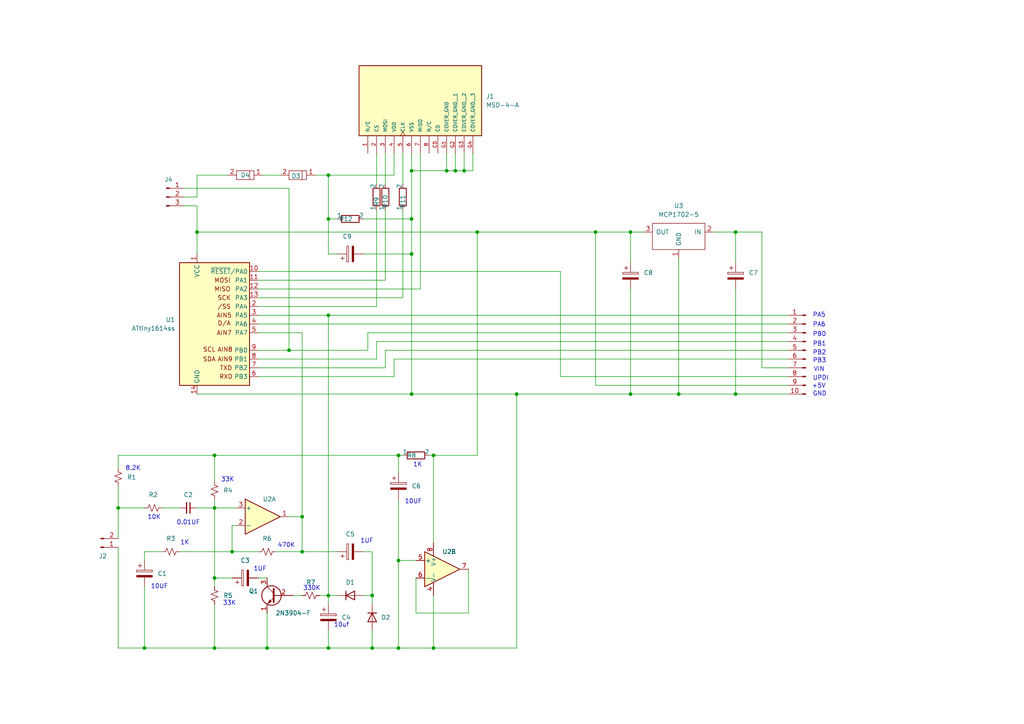
<source format=kicad_sch>
(kicad_sch
	(version 20231120)
	(generator "eeschema")
	(generator_version "8.0")
	(uuid "493f8c55-8e7b-496d-9c8b-25801e45864b")
	(paper "A4")
	(lib_symbols
		(symbol "0_Library:1N4004"
			(pin_names
				(offset 1.016)
			)
			(exclude_from_sim no)
			(in_bom yes)
			(on_board yes)
			(property "Reference" "D"
				(at 5.08 0 0)
				(do_not_autoplace)
				(effects
					(font
						(size 1.27 1.27)
					)
				)
			)
			(property "Value" "1N4004"
				(at 12.7 -1.27 0)
				(do_not_autoplace)
				(effects
					(font
						(size 1.27 1.27)
					)
					(hide yes)
				)
			)
			(property "Footprint" "0_Footprint:DO_PWR"
				(at 3.81 -2.54 0)
				(effects
					(font
						(size 1.27 1.27)
					)
					(hide yes)
				)
			)
			(property "Datasheet" ""
				(at 5.08 0 0)
				(effects
					(font
						(size 1.27 1.27)
					)
					(hide yes)
				)
			)
			(property "Description" ""
				(at 0 0 0)
				(effects
					(font
						(size 1.27 1.27)
					)
					(hide yes)
				)
			)
			(symbol "1N4004_0_1"
				(polyline
					(pts
						(xy 3.81 1.27) (xy 3.81 -1.27)
					)
					(stroke
						(width 0)
						(type solid)
					)
					(fill
						(type none)
					)
				)
				(rectangle
					(start 2.54 1.27)
					(end 7.62 -1.27)
					(stroke
						(width 0)
						(type solid)
					)
					(fill
						(type none)
					)
				)
			)
			(symbol "1N4004_1_1"
				(pin input line
					(at 0 0 0)
					(length 2.54)
					(name "~"
						(effects
							(font
								(size 1.27 1.27)
							)
						)
					)
					(number "1"
						(effects
							(font
								(size 1.27 1.27)
							)
						)
					)
				)
				(pin input line
					(at 10.16 0 180)
					(length 2.54)
					(name "~"
						(effects
							(font
								(size 1.27 1.27)
							)
						)
					)
					(number "2"
						(effects
							(font
								(size 1.27 1.27)
							)
						)
					)
				)
			)
		)
		(symbol "0_Library:ATtiny1614ss"
			(exclude_from_sim no)
			(in_bom yes)
			(on_board yes)
			(property "Reference" "U"
				(at -12.7 16.51 0)
				(effects
					(font
						(size 1.27 1.27)
					)
					(justify left bottom)
				)
			)
			(property "Value" "ATtiny1614ss"
				(at 20.32 -34.036 0)
				(effects
					(font
						(size 1.27 1.27)
					)
					(justify left top)
				)
			)
			(property "Footprint" "Package_SO:SOIC-14_3.9x8.7mm_P1.27mm"
				(at -2.54 33.02 0)
				(effects
					(font
						(size 1.27 1.27)
						(italic yes)
					)
					(hide yes)
				)
			)
			(property "Datasheet" ""
				(at -2.54 33.02 0)
				(effects
					(font
						(size 1.27 1.27)
					)
					(hide yes)
				)
			)
			(property "Description" ""
				(at -2.54 33.02 0)
				(effects
					(font
						(size 1.27 1.27)
					)
					(hide yes)
				)
			)
			(property "ki_keywords" "AVR 8bit Microcontroller tinyAVR"
				(at 0 0 0)
				(effects
					(font
						(size 1.27 1.27)
					)
					(hide yes)
				)
			)
			(property "ki_fp_filters" "SOIC*3.9x8.7mm*P1.27mm*"
				(at 0 0 0)
				(effects
					(font
						(size 1.27 1.27)
					)
					(hide yes)
				)
			)
			(symbol "ATtiny1614ss_0_1"
				(rectangle
					(start -7.62 12.7)
					(end 12.7 -22.86)
					(stroke
						(width 0.254)
						(type default)
					)
					(fill
						(type background)
					)
				)
			)
			(symbol "ATtiny1614ss_1_1"
				(text "/SS"
					(at 5.334 0 0)
					(effects
						(font
							(size 1.27 1.27)
						)
					)
				)
				(text "AIN5"
					(at 5.334 -2.54 0)
					(effects
						(font
							(size 1.27 1.27)
						)
					)
				)
				(text "AIN7"
					(at 5.334 -7.62 0)
					(effects
						(font
							(size 1.27 1.27)
						)
					)
				)
				(text "AIN8"
					(at 5.588 -12.446 0)
					(effects
						(font
							(size 1.27 1.27)
						)
					)
				)
				(text "AIN9"
					(at 5.588 -15.24 0)
					(effects
						(font
							(size 1.27 1.27)
						)
					)
				)
				(text "D/A"
					(at 5.334 -4.826 0)
					(effects
						(font
							(size 1.27 1.27)
						)
					)
				)
				(text "MISO"
					(at 4.826 5.08 0)
					(effects
						(font
							(size 1.27 1.27)
						)
					)
				)
				(text "MOSI"
					(at 4.826 7.62 0)
					(effects
						(font
							(size 1.27 1.27)
						)
					)
				)
				(text "RXD"
					(at 5.842 -20.32 0)
					(effects
						(font
							(size 1.27 1.27)
						)
					)
				)
				(text "SCK"
					(at 5.334 2.54 0)
					(effects
						(font
							(size 1.27 1.27)
						)
					)
				)
				(text "SCL"
					(at 1.016 -12.446 0)
					(effects
						(font
							(size 1.27 1.27)
						)
					)
				)
				(text "SDA"
					(at 1.016 -15.24 0)
					(effects
						(font
							(size 1.27 1.27)
						)
					)
				)
				(text "TXD"
					(at 5.842 -17.78 0)
					(effects
						(font
							(size 1.27 1.27)
						)
					)
				)
				(pin power_in line
					(at -2.54 15.24 270)
					(length 2.54)
					(name "VCC"
						(effects
							(font
								(size 1.27 1.27)
							)
						)
					)
					(number "1"
						(effects
							(font
								(size 1.27 1.27)
							)
						)
					)
				)
				(pin bidirectional line
					(at 15.24 10.16 180)
					(length 2.54)
					(name "~{RESET}/PA0"
						(effects
							(font
								(size 1.27 1.27)
							)
						)
					)
					(number "10"
						(effects
							(font
								(size 1.27 1.27)
							)
						)
					)
				)
				(pin bidirectional line
					(at 15.24 7.62 180)
					(length 2.54)
					(name "PA1"
						(effects
							(font
								(size 1.27 1.27)
							)
						)
					)
					(number "11"
						(effects
							(font
								(size 1.27 1.27)
							)
						)
					)
				)
				(pin bidirectional line
					(at 15.24 5.08 180)
					(length 2.54)
					(name "PA2"
						(effects
							(font
								(size 1.27 1.27)
							)
						)
					)
					(number "12"
						(effects
							(font
								(size 1.27 1.27)
							)
						)
					)
				)
				(pin bidirectional line
					(at 15.24 2.54 180)
					(length 2.54)
					(name "PA3"
						(effects
							(font
								(size 1.27 1.27)
							)
						)
					)
					(number "13"
						(effects
							(font
								(size 1.27 1.27)
							)
						)
					)
				)
				(pin power_in line
					(at -2.54 -25.4 90)
					(length 2.54)
					(name "GND"
						(effects
							(font
								(size 1.27 1.27)
							)
						)
					)
					(number "14"
						(effects
							(font
								(size 1.27 1.27)
							)
						)
					)
				)
				(pin bidirectional line
					(at 15.24 0 180)
					(length 2.54)
					(name "PA4"
						(effects
							(font
								(size 1.27 1.27)
							)
						)
					)
					(number "2"
						(effects
							(font
								(size 1.27 1.27)
							)
						)
					)
				)
				(pin bidirectional line
					(at 15.24 -2.54 180)
					(length 2.54)
					(name "PA5"
						(effects
							(font
								(size 1.27 1.27)
							)
						)
					)
					(number "3"
						(effects
							(font
								(size 1.27 1.27)
							)
						)
					)
				)
				(pin bidirectional line
					(at 15.24 -5.08 180)
					(length 2.54)
					(name "PA6"
						(effects
							(font
								(size 1.27 1.27)
							)
						)
					)
					(number "4"
						(effects
							(font
								(size 1.27 1.27)
							)
						)
					)
				)
				(pin bidirectional line
					(at 15.24 -7.62 180)
					(length 2.54)
					(name "PA7"
						(effects
							(font
								(size 1.27 1.27)
							)
						)
					)
					(number "5"
						(effects
							(font
								(size 1.27 1.27)
							)
						)
					)
				)
				(pin bidirectional line
					(at 15.24 -20.32 180)
					(length 2.54)
					(name "PB3"
						(effects
							(font
								(size 1.27 1.27)
							)
						)
					)
					(number "6"
						(effects
							(font
								(size 1.27 1.27)
							)
						)
					)
				)
				(pin bidirectional line
					(at 15.24 -17.78 180)
					(length 2.54)
					(name "PB2"
						(effects
							(font
								(size 1.27 1.27)
							)
						)
					)
					(number "7"
						(effects
							(font
								(size 1.27 1.27)
							)
						)
					)
				)
				(pin bidirectional line
					(at 15.24 -15.24 180)
					(length 2.54)
					(name "PB1"
						(effects
							(font
								(size 1.27 1.27)
							)
						)
					)
					(number "8"
						(effects
							(font
								(size 1.27 1.27)
							)
						)
					)
				)
				(pin bidirectional line
					(at 15.24 -12.7 180)
					(length 2.54)
					(name "PB0"
						(effects
							(font
								(size 1.27 1.27)
							)
						)
					)
					(number "9"
						(effects
							(font
								(size 1.27 1.27)
							)
						)
					)
				)
			)
		)
		(symbol "0_Library:CP_Small"
			(pin_numbers hide)
			(pin_names
				(offset 0.0508)
			)
			(exclude_from_sim no)
			(in_bom yes)
			(on_board yes)
			(property "Reference" "C"
				(at 0.635 6.35 0)
				(effects
					(font
						(size 1.27 1.27)
					)
					(justify left)
				)
			)
			(property "Value" "CP_Small"
				(at 0.635 1.27 0)
				(effects
					(font
						(size 1.27 1.27)
					)
					(justify left)
					(hide yes)
				)
			)
			(property "Footprint" "Capacitor_THT:CP_Radial_D4.0mm_P2.00mm"
				(at 0.9652 0 0)
				(effects
					(font
						(size 1.27 1.27)
					)
					(hide yes)
				)
			)
			(property "Datasheet" "~"
				(at 0 3.81 0)
				(effects
					(font
						(size 1.27 1.27)
					)
					(hide yes)
				)
			)
			(property "Description" "Polarized capacitor"
				(at 0 0 0)
				(effects
					(font
						(size 1.27 1.27)
					)
					(hide yes)
				)
			)
			(property "ki_keywords" "cap capacitor"
				(at 0 0 0)
				(effects
					(font
						(size 1.27 1.27)
					)
					(hide yes)
				)
			)
			(property "ki_fp_filters" "CP_*"
				(at 0 0 0)
				(effects
					(font
						(size 1.27 1.27)
					)
					(hide yes)
				)
			)
			(symbol "CP_Small_0_1"
				(rectangle
					(start -2.286 4.318)
					(end 2.286 4.826)
					(stroke
						(width 0)
						(type solid)
					)
					(fill
						(type none)
					)
				)
				(polyline
					(pts
						(xy -1.778 6.096) (xy -0.762 6.096)
					)
					(stroke
						(width 0)
						(type solid)
					)
					(fill
						(type none)
					)
				)
				(polyline
					(pts
						(xy -1.27 6.604) (xy -1.27 5.588)
					)
					(stroke
						(width 0)
						(type solid)
					)
					(fill
						(type none)
					)
				)
				(rectangle
					(start 2.286 3.302)
					(end -2.286 2.794)
					(stroke
						(width 0)
						(type solid)
					)
					(fill
						(type outline)
					)
				)
			)
			(symbol "CP_Small_1_1"
				(pin passive line
					(at 0 7.62 270)
					(length 2.794)
					(name "~"
						(effects
							(font
								(size 1.27 1.27)
							)
						)
					)
					(number "1"
						(effects
							(font
								(size 1.27 1.27)
							)
						)
					)
				)
				(pin passive line
					(at 0 0 90)
					(length 2.794)
					(name "~"
						(effects
							(font
								(size 1.27 1.27)
							)
						)
					)
					(number "2"
						(effects
							(font
								(size 1.27 1.27)
							)
						)
					)
				)
			)
		)
		(symbol "0_Library:Conn_01x02_MH"
			(pin_names
				(offset 1.016) hide)
			(exclude_from_sim no)
			(in_bom yes)
			(on_board yes)
			(property "Reference" "J"
				(at -5.08 5.08 0)
				(effects
					(font
						(size 1.27 1.27)
					)
				)
			)
			(property "Value" "Conn_01x02_MH"
				(at -5.08 -2.54 0)
				(effects
					(font
						(size 1.27 1.27)
					)
					(hide yes)
				)
			)
			(property "Footprint" "Connector_PinHeader_2.54mm:PinHeader_1x02_P2.54mm_Horizontal"
				(at -2.54 10.16 0)
				(effects
					(font
						(size 1.27 1.27)
					)
					(hide yes)
				)
			)
			(property "Datasheet" "~"
				(at -5.08 2.54 0)
				(effects
					(font
						(size 1.27 1.27)
					)
					(hide yes)
				)
			)
			(property "Description" "Generic connector, single row, 01x02, script generated (kicad-library-utils/schlib/autogen/connector/)"
				(at 0 0 0)
				(effects
					(font
						(size 1.27 1.27)
					)
					(hide yes)
				)
			)
			(property "ki_keywords" "connector"
				(at 0 0 0)
				(effects
					(font
						(size 1.27 1.27)
					)
					(hide yes)
				)
			)
			(property "ki_fp_filters" "Connector*:*_1x??_*"
				(at 0 0 0)
				(effects
					(font
						(size 1.27 1.27)
					)
					(hide yes)
				)
			)
			(symbol "Conn_01x02_MH_1_1"
				(rectangle
					(start -4.2164 0.127)
					(end -5.08 -0.127)
					(stroke
						(width 0.1524)
						(type solid)
					)
					(fill
						(type outline)
					)
				)
				(rectangle
					(start -4.2164 2.667)
					(end -5.08 2.413)
					(stroke
						(width 0.1524)
						(type solid)
					)
					(fill
						(type outline)
					)
				)
				(polyline
					(pts
						(xy -3.81 0) (xy -4.2164 0)
					)
					(stroke
						(width 0.1524)
						(type solid)
					)
					(fill
						(type none)
					)
				)
				(polyline
					(pts
						(xy -3.81 2.54) (xy -4.2164 2.54)
					)
					(stroke
						(width 0.1524)
						(type solid)
					)
					(fill
						(type none)
					)
				)
				(pin passive line
					(at 0 2.54 180)
					(length 3.81)
					(name "Pin_1"
						(effects
							(font
								(size 1.27 1.27)
							)
						)
					)
					(number "1"
						(effects
							(font
								(size 1.27 1.27)
							)
						)
					)
				)
				(pin passive line
					(at 0 0 180)
					(length 3.81)
					(name "Pin_2"
						(effects
							(font
								(size 1.27 1.27)
							)
						)
					)
					(number "2"
						(effects
							(font
								(size 1.27 1.27)
							)
						)
					)
				)
			)
		)
		(symbol "0_Library:Conn_01x03_Pin"
			(pin_names
				(offset 1.016) hide)
			(exclude_from_sim no)
			(in_bom yes)
			(on_board yes)
			(property "Reference" "J"
				(at 0 5.08 0)
				(effects
					(font
						(size 1.27 1.27)
					)
				)
			)
			(property "Value" "Conn_01x03_Pin"
				(at 0 -5.08 0)
				(effects
					(font
						(size 1.27 1.27)
					)
					(hide yes)
				)
			)
			(property "Footprint" "Connector_PinHeader_2.54mm:PinHeader_1x03_P2.54mm_Vertical"
				(at 0 0 0)
				(effects
					(font
						(size 1.27 1.27)
					)
					(hide yes)
				)
			)
			(property "Datasheet" "~"
				(at 0 0 0)
				(effects
					(font
						(size 1.27 1.27)
					)
					(hide yes)
				)
			)
			(property "Description" "Generic connector, single row, 01x03, script generated"
				(at 0 0 0)
				(effects
					(font
						(size 1.27 1.27)
					)
					(hide yes)
				)
			)
			(property "ki_keywords" "connector"
				(at 0 0 0)
				(effects
					(font
						(size 1.27 1.27)
					)
					(hide yes)
				)
			)
			(property "ki_fp_filters" "Connector*:*_1x??_*"
				(at 0 0 0)
				(effects
					(font
						(size 1.27 1.27)
					)
					(hide yes)
				)
			)
			(symbol "Conn_01x03_Pin_1_1"
				(polyline
					(pts
						(xy 1.27 -2.54) (xy 0.8636 -2.54)
					)
					(stroke
						(width 0.1524)
						(type default)
					)
					(fill
						(type none)
					)
				)
				(polyline
					(pts
						(xy 1.27 0) (xy 0.8636 0)
					)
					(stroke
						(width 0.1524)
						(type default)
					)
					(fill
						(type none)
					)
				)
				(polyline
					(pts
						(xy 1.27 2.54) (xy 0.8636 2.54)
					)
					(stroke
						(width 0.1524)
						(type default)
					)
					(fill
						(type none)
					)
				)
				(rectangle
					(start 0.8636 -2.413)
					(end 0 -2.667)
					(stroke
						(width 0.1524)
						(type default)
					)
					(fill
						(type outline)
					)
				)
				(rectangle
					(start 0.8636 0.127)
					(end 0 -0.127)
					(stroke
						(width 0.1524)
						(type default)
					)
					(fill
						(type outline)
					)
				)
				(rectangle
					(start 0.8636 2.667)
					(end 0 2.413)
					(stroke
						(width 0.1524)
						(type default)
					)
					(fill
						(type outline)
					)
				)
				(pin passive line
					(at 5.08 2.54 180)
					(length 3.81)
					(name "Pin_1"
						(effects
							(font
								(size 1.27 1.27)
							)
						)
					)
					(number "1"
						(effects
							(font
								(size 1.27 1.27)
							)
						)
					)
				)
				(pin passive line
					(at 5.08 0 180)
					(length 3.81)
					(name "Pin_2"
						(effects
							(font
								(size 1.27 1.27)
							)
						)
					)
					(number "2"
						(effects
							(font
								(size 1.27 1.27)
							)
						)
					)
				)
				(pin passive line
					(at 5.08 -2.54 180)
					(length 3.81)
					(name "Pin_3"
						(effects
							(font
								(size 1.27 1.27)
							)
						)
					)
					(number "3"
						(effects
							(font
								(size 1.27 1.27)
							)
						)
					)
				)
			)
		)
		(symbol "0_Library:Conn_01x10_MalePH"
			(pin_names
				(offset 1.016) hide)
			(exclude_from_sim no)
			(in_bom yes)
			(on_board yes)
			(property "Reference" "J"
				(at 0 12.7 0)
				(effects
					(font
						(size 1.27 1.27)
					)
				)
			)
			(property "Value" "Conn_01x10_MalePH"
				(at 0 -15.24 0)
				(effects
					(font
						(size 1.27 1.27)
					)
					(hide yes)
				)
			)
			(property "Footprint" "Connector_PinHeader_2.54mm:PinHeader_1x10_P2.54mm_Horizontal"
				(at 0 0 0)
				(effects
					(font
						(size 1.27 1.27)
					)
					(hide yes)
				)
			)
			(property "Datasheet" "~"
				(at 0 0 0)
				(effects
					(font
						(size 1.27 1.27)
					)
					(hide yes)
				)
			)
			(property "Description" "Generic connector, single row, 01x10, script generated (kicad-library-utils/schlib/autogen/connector/)"
				(at 0 0 0)
				(effects
					(font
						(size 1.27 1.27)
					)
					(hide yes)
				)
			)
			(property "ki_keywords" "connector"
				(at 0 0 0)
				(effects
					(font
						(size 1.27 1.27)
					)
					(hide yes)
				)
			)
			(property "ki_fp_filters" "Connector*:*_1x??_*"
				(at 0 0 0)
				(effects
					(font
						(size 1.27 1.27)
					)
					(hide yes)
				)
			)
			(symbol "Conn_01x10_MalePH_1_1"
				(polyline
					(pts
						(xy 1.27 -12.7) (xy 0.8636 -12.7)
					)
					(stroke
						(width 0.1524)
						(type solid)
					)
					(fill
						(type none)
					)
				)
				(polyline
					(pts
						(xy 1.27 -10.16) (xy 0.8636 -10.16)
					)
					(stroke
						(width 0.1524)
						(type solid)
					)
					(fill
						(type none)
					)
				)
				(polyline
					(pts
						(xy 1.27 -7.62) (xy 0.8636 -7.62)
					)
					(stroke
						(width 0.1524)
						(type solid)
					)
					(fill
						(type none)
					)
				)
				(polyline
					(pts
						(xy 1.27 -5.08) (xy 0.8636 -5.08)
					)
					(stroke
						(width 0.1524)
						(type solid)
					)
					(fill
						(type none)
					)
				)
				(polyline
					(pts
						(xy 1.27 -2.54) (xy 0.8636 -2.54)
					)
					(stroke
						(width 0.1524)
						(type solid)
					)
					(fill
						(type none)
					)
				)
				(polyline
					(pts
						(xy 1.27 0) (xy 0.8636 0)
					)
					(stroke
						(width 0.1524)
						(type solid)
					)
					(fill
						(type none)
					)
				)
				(polyline
					(pts
						(xy 1.27 2.54) (xy 0.8636 2.54)
					)
					(stroke
						(width 0.1524)
						(type solid)
					)
					(fill
						(type none)
					)
				)
				(polyline
					(pts
						(xy 1.27 5.08) (xy 0.8636 5.08)
					)
					(stroke
						(width 0.1524)
						(type solid)
					)
					(fill
						(type none)
					)
				)
				(polyline
					(pts
						(xy 1.27 7.62) (xy 0.8636 7.62)
					)
					(stroke
						(width 0.1524)
						(type solid)
					)
					(fill
						(type none)
					)
				)
				(polyline
					(pts
						(xy 1.27 10.16) (xy 0.8636 10.16)
					)
					(stroke
						(width 0.1524)
						(type solid)
					)
					(fill
						(type none)
					)
				)
				(rectangle
					(start 0.8636 -12.573)
					(end 0 -12.827)
					(stroke
						(width 0.1524)
						(type solid)
					)
					(fill
						(type outline)
					)
				)
				(rectangle
					(start 0.8636 -10.033)
					(end 0 -10.287)
					(stroke
						(width 0.1524)
						(type solid)
					)
					(fill
						(type outline)
					)
				)
				(rectangle
					(start 0.8636 -7.493)
					(end 0 -7.747)
					(stroke
						(width 0.1524)
						(type solid)
					)
					(fill
						(type outline)
					)
				)
				(rectangle
					(start 0.8636 -4.953)
					(end 0 -5.207)
					(stroke
						(width 0.1524)
						(type solid)
					)
					(fill
						(type outline)
					)
				)
				(rectangle
					(start 0.8636 -2.413)
					(end 0 -2.667)
					(stroke
						(width 0.1524)
						(type solid)
					)
					(fill
						(type outline)
					)
				)
				(rectangle
					(start 0.8636 0.127)
					(end 0 -0.127)
					(stroke
						(width 0.1524)
						(type solid)
					)
					(fill
						(type outline)
					)
				)
				(rectangle
					(start 0.8636 2.667)
					(end 0 2.413)
					(stroke
						(width 0.1524)
						(type solid)
					)
					(fill
						(type outline)
					)
				)
				(rectangle
					(start 0.8636 5.207)
					(end 0 4.953)
					(stroke
						(width 0.1524)
						(type solid)
					)
					(fill
						(type outline)
					)
				)
				(rectangle
					(start 0.8636 7.747)
					(end 0 7.493)
					(stroke
						(width 0.1524)
						(type solid)
					)
					(fill
						(type outline)
					)
				)
				(rectangle
					(start 0.8636 10.287)
					(end 0 10.033)
					(stroke
						(width 0.1524)
						(type solid)
					)
					(fill
						(type outline)
					)
				)
				(pin passive line
					(at 5.08 10.16 180)
					(length 3.81)
					(name "Pin_1"
						(effects
							(font
								(size 1.27 1.27)
							)
						)
					)
					(number "1"
						(effects
							(font
								(size 1.27 1.27)
							)
						)
					)
				)
				(pin passive line
					(at 5.08 -12.7 180)
					(length 3.81)
					(name "Pin_10"
						(effects
							(font
								(size 1.27 1.27)
							)
						)
					)
					(number "10"
						(effects
							(font
								(size 1.27 1.27)
							)
						)
					)
				)
				(pin passive line
					(at 5.08 7.62 180)
					(length 3.81)
					(name "Pin_2"
						(effects
							(font
								(size 1.27 1.27)
							)
						)
					)
					(number "2"
						(effects
							(font
								(size 1.27 1.27)
							)
						)
					)
				)
				(pin passive line
					(at 5.08 5.08 180)
					(length 3.81)
					(name "Pin_3"
						(effects
							(font
								(size 1.27 1.27)
							)
						)
					)
					(number "3"
						(effects
							(font
								(size 1.27 1.27)
							)
						)
					)
				)
				(pin passive line
					(at 5.08 2.54 180)
					(length 3.81)
					(name "Pin_4"
						(effects
							(font
								(size 1.27 1.27)
							)
						)
					)
					(number "4"
						(effects
							(font
								(size 1.27 1.27)
							)
						)
					)
				)
				(pin passive line
					(at 5.08 0 180)
					(length 3.81)
					(name "Pin_5"
						(effects
							(font
								(size 1.27 1.27)
							)
						)
					)
					(number "5"
						(effects
							(font
								(size 1.27 1.27)
							)
						)
					)
				)
				(pin passive line
					(at 5.08 -2.54 180)
					(length 3.81)
					(name "Pin_6"
						(effects
							(font
								(size 1.27 1.27)
							)
						)
					)
					(number "6"
						(effects
							(font
								(size 1.27 1.27)
							)
						)
					)
				)
				(pin passive line
					(at 5.08 -5.08 180)
					(length 3.81)
					(name "Pin_7"
						(effects
							(font
								(size 1.27 1.27)
							)
						)
					)
					(number "7"
						(effects
							(font
								(size 1.27 1.27)
							)
						)
					)
				)
				(pin passive line
					(at 5.08 -7.62 180)
					(length 3.81)
					(name "Pin_8"
						(effects
							(font
								(size 1.27 1.27)
							)
						)
					)
					(number "8"
						(effects
							(font
								(size 1.27 1.27)
							)
						)
					)
				)
				(pin passive line
					(at 5.08 -10.16 180)
					(length 3.81)
					(name "Pin_9"
						(effects
							(font
								(size 1.27 1.27)
							)
						)
					)
					(number "9"
						(effects
							(font
								(size 1.27 1.27)
							)
						)
					)
				)
			)
		)
		(symbol "0_Library:MCP1702-5"
			(pin_names
				(offset 1.016)
			)
			(exclude_from_sim no)
			(in_bom yes)
			(on_board yes)
			(property "Reference" "U"
				(at -7.62 7.62 0)
				(effects
					(font
						(size 1.27 1.27)
					)
				)
			)
			(property "Value" "MCP1702-5"
				(at -2.54 5.08 0)
				(effects
					(font
						(size 1.27 1.27)
					)
				)
			)
			(property "Footprint" "0_Footprint:TO-92X"
				(at 7.62 -7.62 0)
				(effects
					(font
						(size 1.27 1.27)
					)
					(hide yes)
				)
			)
			(property "Datasheet" ""
				(at 0 0 0)
				(effects
					(font
						(size 1.27 1.27)
					)
					(hide yes)
				)
			)
			(property "Description" ""
				(at 0 0 0)
				(effects
					(font
						(size 1.27 1.27)
					)
					(hide yes)
				)
			)
			(symbol "MCP1702-5_0_1"
				(rectangle
					(start -10.16 2.54)
					(end 5.08 -5.08)
					(stroke
						(width 0)
						(type solid)
					)
					(fill
						(type none)
					)
				)
			)
			(symbol "MCP1702-5_1_1"
				(pin input line
					(at -2.54 -7.62 90)
					(length 2.54)
					(name "GND"
						(effects
							(font
								(size 1.27 1.27)
							)
						)
					)
					(number "1"
						(effects
							(font
								(size 1.27 1.27)
							)
						)
					)
				)
				(pin input line
					(at -12.7 0 0)
					(length 2.54)
					(name "IN"
						(effects
							(font
								(size 1.27 1.27)
							)
						)
					)
					(number "2"
						(effects
							(font
								(size 1.27 1.27)
							)
						)
					)
				)
				(pin input line
					(at 7.62 0 180)
					(length 2.54)
					(name "OUT"
						(effects
							(font
								(size 1.27 1.27)
							)
						)
					)
					(number "3"
						(effects
							(font
								(size 1.27 1.27)
							)
						)
					)
				)
			)
		)
		(symbol "0_Library:MSD-4-A"
			(pin_names
				(offset 1.016)
			)
			(exclude_from_sim no)
			(in_bom yes)
			(on_board yes)
			(property "Reference" "J"
				(at -10.16 21.082 0)
				(effects
					(font
						(size 1.27 1.27)
					)
					(justify left bottom)
				)
			)
			(property "Value" "MSD-4-A"
				(at -3.048 -5.842 0)
				(effects
					(font
						(size 1.27 1.27)
					)
					(justify left bottom)
				)
			)
			(property "Footprint" "0_Footprint:CUI_MSD-4-A"
				(at 4.572 30.48 0)
				(effects
					(font
						(size 1.27 1.27)
					)
					(justify bottom)
					(hide yes)
				)
			)
			(property "Datasheet" ""
				(at 0 0 0)
				(effects
					(font
						(size 1.27 1.27)
					)
					(hide yes)
				)
			)
			(property "Description" ""
				(at 0 0 0)
				(effects
					(font
						(size 1.27 1.27)
					)
					(hide yes)
				)
			)
			(property "PARTREV" "1.0"
				(at 19.304 21.59 0)
				(effects
					(font
						(size 1.27 1.27)
					)
					(justify bottom)
					(hide yes)
				)
			)
			(property "STANDARD" "Manufacturer Recommendations"
				(at 4.572 27.94 0)
				(effects
					(font
						(size 1.27 1.27)
					)
					(justify bottom)
					(hide yes)
				)
			)
			(property "MAXIMUM_PACKAGE_HEIGHT" "2.00mm"
				(at 15.748 25.146 0)
				(effects
					(font
						(size 1.27 1.27)
					)
					(justify bottom)
					(hide yes)
				)
			)
			(property "MANUFACTURER" "CUI Devices"
				(at 0 0 0)
				(effects
					(font
						(size 1.27 1.27)
					)
					(justify bottom)
					(hide yes)
				)
			)
			(symbol "MSD-4-A_0_0"
				(rectangle
					(start -10.16 7.62)
					(end 10.16 -27.94)
					(stroke
						(width 0.254)
						(type default)
					)
					(fill
						(type background)
					)
				)
				(pin power_in line
					(at -15.24 -2.54 0)
					(length 5.08)
					(name "VDD"
						(effects
							(font
								(size 1.016 1.016)
							)
						)
					)
					(number "4"
						(effects
							(font
								(size 1.016 1.016)
							)
						)
					)
				)
				(pin input clock
					(at -15.24 -5.08 0)
					(length 5.08)
					(name "CLK"
						(effects
							(font
								(size 1.016 1.016)
							)
						)
					)
					(number "5"
						(effects
							(font
								(size 1.016 1.016)
							)
						)
					)
				)
				(pin power_in line
					(at -15.24 -7.62 0)
					(length 5.08)
					(name "VSS"
						(effects
							(font
								(size 1.016 1.016)
							)
						)
					)
					(number "6"
						(effects
							(font
								(size 1.016 1.016)
							)
						)
					)
				)
				(pin passive line
					(at -15.24 -15.24 0)
					(length 5.08)
					(name "CD"
						(effects
							(font
								(size 1.016 1.016)
							)
						)
					)
					(number "CD"
						(effects
							(font
								(size 1.016 1.016)
							)
						)
					)
				)
				(pin power_in line
					(at -15.24 -17.78 0)
					(length 5.08)
					(name "COVER_GND"
						(effects
							(font
								(size 1.016 1.016)
							)
						)
					)
					(number "G1"
						(effects
							(font
								(size 1.016 1.016)
							)
						)
					)
				)
				(pin power_in line
					(at -15.24 -20.32 0)
					(length 5.08)
					(name "COVER_GND__1"
						(effects
							(font
								(size 1.016 1.016)
							)
						)
					)
					(number "G2"
						(effects
							(font
								(size 1.016 1.016)
							)
						)
					)
				)
				(pin power_in line
					(at -15.24 -22.86 0)
					(length 5.08)
					(name "COVER_GND__2"
						(effects
							(font
								(size 1.016 1.016)
							)
						)
					)
					(number "G3"
						(effects
							(font
								(size 1.016 1.016)
							)
						)
					)
				)
				(pin power_in line
					(at -15.24 -25.4 0)
					(length 5.08)
					(name "COVER_GND__3"
						(effects
							(font
								(size 1.016 1.016)
							)
						)
					)
					(number "G4"
						(effects
							(font
								(size 1.016 1.016)
							)
						)
					)
				)
			)
			(symbol "MSD-4-A_1_0"
				(pin free line
					(at -15.24 5.08 0)
					(length 5.08)
					(name "N/C"
						(effects
							(font
								(size 1.016 1.016)
							)
						)
					)
					(number "1"
						(effects
							(font
								(size 1.016 1.016)
							)
						)
					)
				)
				(pin input line
					(at -15.24 2.54 0)
					(length 5.08)
					(name "CS"
						(effects
							(font
								(size 1.016 1.016)
							)
						)
					)
					(number "2"
						(effects
							(font
								(size 1.016 1.016)
							)
						)
					)
				)
				(pin input line
					(at -15.24 0 0)
					(length 5.08)
					(name "MOSI"
						(effects
							(font
								(size 1.016 1.016)
							)
						)
					)
					(number "3"
						(effects
							(font
								(size 1.016 1.016)
							)
						)
					)
				)
				(pin output line
					(at -15.24 -10.16 0)
					(length 5.08)
					(name "MISO"
						(effects
							(font
								(size 1.016 1.016)
							)
						)
					)
					(number "7"
						(effects
							(font
								(size 1.016 1.016)
							)
						)
					)
				)
				(pin free line
					(at -15.24 -12.7 0)
					(length 5.08)
					(name "N/C"
						(effects
							(font
								(size 1.016 1.016)
							)
						)
					)
					(number "8"
						(effects
							(font
								(size 1.016 1.016)
							)
						)
					)
				)
			)
		)
		(symbol "0_Library:Resistor"
			(pin_numbers hide)
			(pin_names
				(offset 0)
			)
			(exclude_from_sim no)
			(in_bom yes)
			(on_board yes)
			(property "Reference" "R"
				(at 2.54 0 0)
				(do_not_autoplace)
				(effects
					(font
						(size 1.27 1.27)
					)
				)
			)
			(property "Value" "Resistor"
				(at 7.62 0.635 0)
				(effects
					(font
						(size 0.2032 0.2032)
					)
					(hide yes)
				)
			)
			(property "Footprint" "0_Footprint:QWSlim"
				(at 5.08 -2.54 0)
				(effects
					(font
						(size 1.27 1.27)
					)
					(hide yes)
				)
			)
			(property "Datasheet" "~"
				(at 3.81 2.54 90)
				(effects
					(font
						(size 1.27 1.27)
					)
					(hide yes)
				)
			)
			(property "Description" "Resistor"
				(at 0 0 0)
				(effects
					(font
						(size 1.27 1.27)
					)
					(hide yes)
				)
			)
			(property "ki_keywords" "R res resistor"
				(at 0 0 0)
				(effects
					(font
						(size 1.27 1.27)
					)
					(hide yes)
				)
			)
			(property "ki_fp_filters" "R_*"
				(at 0 0 0)
				(effects
					(font
						(size 1.27 1.27)
					)
					(hide yes)
				)
			)
			(symbol "Resistor_1_1"
				(rectangle
					(start 1.27 1.016)
					(end 6.35 -1.016)
					(stroke
						(width 0.254)
						(type solid)
					)
					(fill
						(type none)
					)
				)
				(pin passive line
					(at 0 0 0)
					(length 1.27)
					(name "1"
						(effects
							(font
								(size 1.27 1.27)
							)
						)
					)
					(number "1"
						(effects
							(font
								(size 1.27 1.27)
							)
						)
					)
				)
				(pin passive line
					(at 7.62 0 180)
					(length 1.27)
					(name "2"
						(effects
							(font
								(size 1.27 1.27)
							)
						)
					)
					(number "2"
						(effects
							(font
								(size 1.27 1.27)
							)
						)
					)
				)
			)
		)
		(symbol "Diode:1N914"
			(pin_numbers hide)
			(pin_names hide)
			(exclude_from_sim no)
			(in_bom yes)
			(on_board yes)
			(property "Reference" "D"
				(at 0 2.54 0)
				(effects
					(font
						(size 1.27 1.27)
					)
				)
			)
			(property "Value" "1N914"
				(at 0 -2.54 0)
				(effects
					(font
						(size 1.27 1.27)
					)
				)
			)
			(property "Footprint" "Diode_THT:D_DO-35_SOD27_P7.62mm_Horizontal"
				(at 0 -4.445 0)
				(effects
					(font
						(size 1.27 1.27)
					)
					(hide yes)
				)
			)
			(property "Datasheet" "http://www.vishay.com/docs/85622/1n914.pdf"
				(at 0 0 0)
				(effects
					(font
						(size 1.27 1.27)
					)
					(hide yes)
				)
			)
			(property "Description" "100V 0.3A Small Signal Fast Switching Diode, DO-35"
				(at 0 0 0)
				(effects
					(font
						(size 1.27 1.27)
					)
					(hide yes)
				)
			)
			(property "Sim.Device" "D"
				(at 0 0 0)
				(effects
					(font
						(size 1.27 1.27)
					)
					(hide yes)
				)
			)
			(property "Sim.Pins" "1=K 2=A"
				(at 0 0 0)
				(effects
					(font
						(size 1.27 1.27)
					)
					(hide yes)
				)
			)
			(property "ki_keywords" "diode"
				(at 0 0 0)
				(effects
					(font
						(size 1.27 1.27)
					)
					(hide yes)
				)
			)
			(property "ki_fp_filters" "D*DO?35*"
				(at 0 0 0)
				(effects
					(font
						(size 1.27 1.27)
					)
					(hide yes)
				)
			)
			(symbol "1N914_0_1"
				(polyline
					(pts
						(xy -1.27 1.27) (xy -1.27 -1.27)
					)
					(stroke
						(width 0.254)
						(type default)
					)
					(fill
						(type none)
					)
				)
				(polyline
					(pts
						(xy 1.27 0) (xy -1.27 0)
					)
					(stroke
						(width 0)
						(type default)
					)
					(fill
						(type none)
					)
				)
				(polyline
					(pts
						(xy 1.27 1.27) (xy 1.27 -1.27) (xy -1.27 0) (xy 1.27 1.27)
					)
					(stroke
						(width 0.254)
						(type default)
					)
					(fill
						(type none)
					)
				)
			)
			(symbol "1N914_1_1"
				(pin passive line
					(at -3.81 0 0)
					(length 2.54)
					(name "K"
						(effects
							(font
								(size 1.27 1.27)
							)
						)
					)
					(number "1"
						(effects
							(font
								(size 1.27 1.27)
							)
						)
					)
				)
				(pin passive line
					(at 3.81 0 180)
					(length 2.54)
					(name "A"
						(effects
							(font
								(size 1.27 1.27)
							)
						)
					)
					(number "2"
						(effects
							(font
								(size 1.27 1.27)
							)
						)
					)
				)
			)
		)
		(symbol "MicAmp-rescue:2N3904-F-0_Library-Recorder84-rescue"
			(pin_names
				(offset 0) hide)
			(exclude_from_sim no)
			(in_bom yes)
			(on_board yes)
			(property "Reference" "Q"
				(at 5.08 1.905 0)
				(effects
					(font
						(size 1.27 1.27)
					)
					(justify left)
				)
			)
			(property "Value" "2N3904-F-0_Library-Recorder84-rescue"
				(at 5.08 0 0)
				(effects
					(font
						(size 1.27 1.27)
					)
					(justify left)
				)
			)
			(property "Footprint" "Package_TO_SOT_THT:TO-92L_HandSolder"
				(at 5.08 -1.905 0)
				(effects
					(font
						(size 1.27 1.27)
						(italic yes)
					)
					(justify left)
					(hide yes)
				)
			)
			(property "Datasheet" ""
				(at 0 0 0)
				(effects
					(font
						(size 1.27 1.27)
					)
					(justify left)
					(hide yes)
				)
			)
			(property "Description" ""
				(at 0 0 0)
				(effects
					(font
						(size 1.27 1.27)
					)
					(hide yes)
				)
			)
			(property "ki_fp_filters" "TO?92*"
				(at 0 0 0)
				(effects
					(font
						(size 1.27 1.27)
					)
					(hide yes)
				)
			)
			(symbol "2N3904-F-0_Library-Recorder84-rescue_0_1"
				(polyline
					(pts
						(xy 0.635 0.635) (xy 2.54 2.54)
					)
					(stroke
						(width 0)
						(type solid)
					)
					(fill
						(type none)
					)
				)
				(polyline
					(pts
						(xy 0.635 -0.635) (xy 2.54 -2.54) (xy 2.54 -2.54)
					)
					(stroke
						(width 0)
						(type solid)
					)
					(fill
						(type none)
					)
				)
				(polyline
					(pts
						(xy 0.635 1.905) (xy 0.635 -1.905) (xy 0.635 -1.905)
					)
					(stroke
						(width 0.508)
						(type solid)
					)
					(fill
						(type none)
					)
				)
				(polyline
					(pts
						(xy 1.27 -1.778) (xy 1.778 -1.27) (xy 2.286 -2.286) (xy 1.27 -1.778) (xy 1.27 -1.778)
					)
					(stroke
						(width 0)
						(type solid)
					)
					(fill
						(type outline)
					)
				)
				(circle
					(center 1.27 0)
					(radius 2.8194)
					(stroke
						(width 0.254)
						(type solid)
					)
					(fill
						(type none)
					)
				)
			)
			(symbol "2N3904-F-0_Library-Recorder84-rescue_1_1"
				(pin passive line
					(at 2.54 -5.08 90)
					(length 2.54)
					(name "E"
						(effects
							(font
								(size 1.27 1.27)
							)
						)
					)
					(number "1"
						(effects
							(font
								(size 1.27 1.27)
							)
						)
					)
				)
				(pin passive line
					(at -5.08 0 0)
					(length 5.715)
					(name "B"
						(effects
							(font
								(size 1.27 1.27)
							)
						)
					)
					(number "2"
						(effects
							(font
								(size 1.27 1.27)
							)
						)
					)
				)
				(pin passive line
					(at 2.54 5.08 270)
					(length 2.54)
					(name "C"
						(effects
							(font
								(size 1.27 1.27)
							)
						)
					)
					(number "3"
						(effects
							(font
								(size 1.27 1.27)
							)
						)
					)
				)
			)
		)
		(symbol "MicAmp-rescue:CP_Small-0_Library-Recorder84-rescue"
			(pin_numbers hide)
			(pin_names
				(offset 0.0508)
			)
			(exclude_from_sim no)
			(in_bom yes)
			(on_board yes)
			(property "Reference" "C"
				(at 0.635 -1.27 0)
				(effects
					(font
						(size 1.27 1.27)
					)
					(justify left)
				)
			)
			(property "Value" "CP_Small-0_Library-Recorder84-rescue"
				(at 0.635 -6.35 0)
				(effects
					(font
						(size 1.27 1.27)
					)
					(justify left)
					(hide yes)
				)
			)
			(property "Footprint" "Capacitor_THT:CP_Radial_D4.0mm_P2.00mm"
				(at 0.9652 -7.62 0)
				(effects
					(font
						(size 1.27 1.27)
					)
					(hide yes)
				)
			)
			(property "Datasheet" ""
				(at 0 -3.81 0)
				(effects
					(font
						(size 1.27 1.27)
					)
					(hide yes)
				)
			)
			(property "Description" ""
				(at 0 0 0)
				(effects
					(font
						(size 1.27 1.27)
					)
					(hide yes)
				)
			)
			(property "ki_fp_filters" "CP_*"
				(at 0 0 0)
				(effects
					(font
						(size 1.27 1.27)
					)
					(hide yes)
				)
			)
			(symbol "CP_Small-0_Library-Recorder84-rescue_0_1"
				(rectangle
					(start -2.286 -3.302)
					(end 2.286 -2.794)
					(stroke
						(width 0)
						(type solid)
					)
					(fill
						(type none)
					)
				)
				(polyline
					(pts
						(xy -1.778 -1.524) (xy -0.762 -1.524)
					)
					(stroke
						(width 0)
						(type solid)
					)
					(fill
						(type none)
					)
				)
				(polyline
					(pts
						(xy -1.27 -1.016) (xy -1.27 -2.032)
					)
					(stroke
						(width 0)
						(type solid)
					)
					(fill
						(type none)
					)
				)
				(rectangle
					(start 2.286 -4.318)
					(end -2.286 -4.826)
					(stroke
						(width 0)
						(type solid)
					)
					(fill
						(type outline)
					)
				)
			)
			(symbol "CP_Small-0_Library-Recorder84-rescue_1_1"
				(pin passive line
					(at 0 0 270)
					(length 2.794)
					(name "~"
						(effects
							(font
								(size 1.27 1.27)
							)
						)
					)
					(number "1"
						(effects
							(font
								(size 1.27 1.27)
							)
						)
					)
				)
				(pin passive line
					(at 0 -7.62 90)
					(length 2.794)
					(name "~"
						(effects
							(font
								(size 1.27 1.27)
							)
						)
					)
					(number "2"
						(effects
							(font
								(size 1.27 1.27)
							)
						)
					)
				)
			)
		)
		(symbol "MicAmp-rescue:C_Disc-0_Library-Recorder84-rescue"
			(pin_numbers hide)
			(pin_names
				(offset 0.254) hide)
			(exclude_from_sim no)
			(in_bom yes)
			(on_board yes)
			(property "Reference" "C"
				(at 0.254 1.778 0)
				(effects
					(font
						(size 1.27 1.27)
					)
					(justify left)
				)
			)
			(property "Value" "C_Disc-0_Library-Recorder84-rescue"
				(at 0.254 -2.032 0)
				(effects
					(font
						(size 1.27 1.27)
					)
					(justify left)
					(hide yes)
				)
			)
			(property "Footprint" "0_Footprint:C_Disc1"
				(at 0 0 0)
				(effects
					(font
						(size 1.27 1.27)
					)
					(hide yes)
				)
			)
			(property "Datasheet" ""
				(at 0 0 0)
				(effects
					(font
						(size 1.27 1.27)
					)
					(hide yes)
				)
			)
			(property "Description" ""
				(at 0 0 0)
				(effects
					(font
						(size 1.27 1.27)
					)
					(hide yes)
				)
			)
			(property "ki_fp_filters" "C_*"
				(at 0 0 0)
				(effects
					(font
						(size 1.27 1.27)
					)
					(hide yes)
				)
			)
			(symbol "C_Disc-0_Library-Recorder84-rescue_0_1"
				(polyline
					(pts
						(xy -1.524 -0.508) (xy 1.524 -0.508)
					)
					(stroke
						(width 0.3302)
						(type solid)
					)
					(fill
						(type none)
					)
				)
				(polyline
					(pts
						(xy -1.524 0.508) (xy 1.524 0.508)
					)
					(stroke
						(width 0.3048)
						(type solid)
					)
					(fill
						(type none)
					)
				)
			)
			(symbol "C_Disc-0_Library-Recorder84-rescue_1_1"
				(pin passive line
					(at 0 2.54 270)
					(length 2.032)
					(name "~"
						(effects
							(font
								(size 1.27 1.27)
							)
						)
					)
					(number "1"
						(effects
							(font
								(size 1.27 1.27)
							)
						)
					)
				)
				(pin passive line
					(at 0 -2.54 90)
					(length 2.032)
					(name "~"
						(effects
							(font
								(size 1.27 1.27)
							)
						)
					)
					(number "2"
						(effects
							(font
								(size 1.27 1.27)
							)
						)
					)
				)
			)
		)
		(symbol "MicAmp-rescue:OpAmpDual-0_Library2"
			(pin_names
				(offset 0.127)
			)
			(exclude_from_sim no)
			(in_bom yes)
			(on_board yes)
			(property "Reference" "U"
				(at 0 5.08 0)
				(effects
					(font
						(size 1.27 1.27)
					)
					(justify left)
				)
			)
			(property "Value" "OpAmpDual-0_Library2"
				(at 0 -5.08 0)
				(effects
					(font
						(size 1.27 1.27)
					)
					(justify left)
					(hide yes)
				)
			)
			(property "Footprint" "Package_DIP:DIP-8_W7.62mm"
				(at 0 0 0)
				(effects
					(font
						(size 1.27 1.27)
					)
					(hide yes)
				)
			)
			(property "Datasheet" ""
				(at 0 0 0)
				(effects
					(font
						(size 1.27 1.27)
					)
					(hide yes)
				)
			)
			(property "Description" ""
				(at 0 0 0)
				(effects
					(font
						(size 1.27 1.27)
					)
					(hide yes)
				)
			)
			(property "ki_locked" ""
				(at 0 0 0)
				(effects
					(font
						(size 1.27 1.27)
					)
				)
			)
			(property "ki_fp_filters" "SOIC*3.9x4.9mm*P1.27mm* DIP*W7.62mm* TO*99* OnSemi*Micro8* TSSOP*3x3mm*P0.65mm* TSSOP*4.4x3mm*P0.65mm* MSOP*3x3mm*P0.65mm* SSOP*3.9x4.9mm*P0.635mm* LFCSP*2x2mm*P0.5mm* *SIP* SOIC*5.3x6.2mm*P1.27mm*"
				(at 0 0 0)
				(effects
					(font
						(size 1.27 1.27)
					)
					(hide yes)
				)
			)
			(symbol "OpAmpDual-0_Library2_1_1"
				(polyline
					(pts
						(xy -5.08 5.08) (xy 5.08 0) (xy -5.08 -5.08) (xy -5.08 5.08)
					)
					(stroke
						(width 0.254)
						(type solid)
					)
					(fill
						(type background)
					)
				)
				(pin output line
					(at 7.62 0 180)
					(length 2.54)
					(name "~"
						(effects
							(font
								(size 1.27 1.27)
							)
						)
					)
					(number "1"
						(effects
							(font
								(size 1.27 1.27)
							)
						)
					)
				)
				(pin input line
					(at -7.62 -2.54 0)
					(length 2.54)
					(name "-"
						(effects
							(font
								(size 1.27 1.27)
							)
						)
					)
					(number "2"
						(effects
							(font
								(size 1.27 1.27)
							)
						)
					)
				)
				(pin input line
					(at -7.62 2.54 0)
					(length 2.54)
					(name "+"
						(effects
							(font
								(size 1.27 1.27)
							)
						)
					)
					(number "3"
						(effects
							(font
								(size 1.27 1.27)
							)
						)
					)
				)
			)
			(symbol "OpAmpDual-0_Library2_2_1"
				(polyline
					(pts
						(xy -5.08 5.08) (xy 5.08 0) (xy -5.08 -5.08) (xy -5.08 5.08)
					)
					(stroke
						(width 0.254)
						(type solid)
					)
					(fill
						(type background)
					)
				)
				(pin input line
					(at -7.62 2.54 0)
					(length 2.54)
					(name "+"
						(effects
							(font
								(size 1.27 1.27)
							)
						)
					)
					(number "5"
						(effects
							(font
								(size 1.27 1.27)
							)
						)
					)
				)
				(pin input line
					(at -7.62 -2.54 0)
					(length 2.54)
					(name "-"
						(effects
							(font
								(size 1.27 1.27)
							)
						)
					)
					(number "6"
						(effects
							(font
								(size 1.27 1.27)
							)
						)
					)
				)
				(pin output line
					(at 7.62 0 180)
					(length 2.54)
					(name "~"
						(effects
							(font
								(size 1.27 1.27)
							)
						)
					)
					(number "7"
						(effects
							(font
								(size 1.27 1.27)
							)
						)
					)
				)
			)
			(symbol "OpAmpDual-0_Library2_3_1"
				(pin power_in line
					(at -2.54 -7.62 90)
					(length 3.81)
					(name "V-"
						(effects
							(font
								(size 1.27 1.27)
							)
						)
					)
					(number "4"
						(effects
							(font
								(size 1.27 1.27)
							)
						)
					)
				)
				(pin power_in line
					(at -2.54 7.62 270)
					(length 3.81)
					(name "V+"
						(effects
							(font
								(size 1.27 1.27)
							)
						)
					)
					(number "8"
						(effects
							(font
								(size 1.27 1.27)
							)
						)
					)
				)
			)
		)
		(symbol "MicAmp-rescue:R_Small-0_Library-Recorder84-rescue"
			(pin_numbers hide)
			(pin_names
				(offset 0.254) hide)
			(exclude_from_sim no)
			(in_bom yes)
			(on_board yes)
			(property "Reference" "R"
				(at -1.27 1.27 90)
				(effects
					(font
						(size 1.27 1.27)
					)
					(justify left)
				)
			)
			(property "Value" "R_Small-0_Library-Recorder84-rescue"
				(at 0.762 -1.016 0)
				(effects
					(font
						(size 1.27 1.27)
					)
					(justify left)
					(hide yes)
				)
			)
			(property "Footprint" "0_Footprint:R_Qwatt"
				(at 0 0 0)
				(effects
					(font
						(size 1.27 1.27)
					)
					(hide yes)
				)
			)
			(property "Datasheet" ""
				(at 0 0 0)
				(effects
					(font
						(size 1.27 1.27)
					)
					(hide yes)
				)
			)
			(property "Description" ""
				(at 0 0 0)
				(effects
					(font
						(size 1.27 1.27)
					)
					(hide yes)
				)
			)
			(property "ki_fp_filters" "R_*"
				(at 0 0 0)
				(effects
					(font
						(size 1.27 1.27)
					)
					(hide yes)
				)
			)
			(symbol "R_Small-0_Library-Recorder84-rescue_1_1"
				(polyline
					(pts
						(xy 0 0) (xy 1.016 -0.381) (xy 0 -0.762) (xy -1.016 -1.143) (xy 0 -1.524)
					)
					(stroke
						(width 0)
						(type solid)
					)
					(fill
						(type none)
					)
				)
				(polyline
					(pts
						(xy 0 1.524) (xy 1.016 1.143) (xy 0 0.762) (xy -1.016 0.381) (xy 0 0)
					)
					(stroke
						(width 0)
						(type solid)
					)
					(fill
						(type none)
					)
				)
				(pin passive line
					(at 0 2.54 270)
					(length 1.016)
					(name "~"
						(effects
							(font
								(size 1.27 1.27)
							)
						)
					)
					(number "1"
						(effects
							(font
								(size 1.27 1.27)
							)
						)
					)
				)
				(pin passive line
					(at 0 -2.54 90)
					(length 1.016)
					(name "~"
						(effects
							(font
								(size 1.27 1.27)
							)
						)
					)
					(number "2"
						(effects
							(font
								(size 1.27 1.27)
							)
						)
					)
				)
			)
		)
	)
	(junction
		(at 119.38 73.66)
		(diameter 0)
		(color 0 0 0 0)
		(uuid "01834c91-189f-4765-97d4-c1626d621b33")
	)
	(junction
		(at 115.57 132.08)
		(diameter 0)
		(color 0 0 0 0)
		(uuid "0ff66446-20e5-4944-91d1-ac821b82e205")
	)
	(junction
		(at 172.72 67.31)
		(diameter 0)
		(color 0 0 0 0)
		(uuid "1192464f-3e2c-4b7f-9fee-a71451791f66")
	)
	(junction
		(at 57.15 67.31)
		(diameter 0)
		(color 0 0 0 0)
		(uuid "236f7235-b3cb-40ff-aede-ab5b0839275e")
	)
	(junction
		(at 95.25 50.8)
		(diameter 0)
		(color 0 0 0 0)
		(uuid "31df1c19-4a45-4edf-b4b6-e347b0fb58c8")
	)
	(junction
		(at 62.23 187.96)
		(diameter 0)
		(color 0 0 0 0)
		(uuid "37504b34-b8c1-48ac-bd47-ba2017109832")
	)
	(junction
		(at 62.23 147.32)
		(diameter 0)
		(color 0 0 0 0)
		(uuid "3d08c549-b000-4fd3-9ec0-388b0ab596e4")
	)
	(junction
		(at 132.08 49.53)
		(diameter 0)
		(color 0 0 0 0)
		(uuid "3efc2d43-f6c2-4657-83d1-cdb328b31029")
	)
	(junction
		(at 87.63 149.86)
		(diameter 0)
		(color 0 0 0 0)
		(uuid "437e0dca-cee0-4414-b559-946eec67b7a6")
	)
	(junction
		(at 196.85 114.3)
		(diameter 0)
		(color 0 0 0 0)
		(uuid "452d3a91-8b30-4395-a83f-e6b216d0f638")
	)
	(junction
		(at 182.88 67.31)
		(diameter 0)
		(color 0 0 0 0)
		(uuid "464f80e8-245c-47ee-bf96-17d12ad85aab")
	)
	(junction
		(at 182.88 114.3)
		(diameter 0)
		(color 0 0 0 0)
		(uuid "4ccf4a81-046a-4310-aee7-4e40da251db4")
	)
	(junction
		(at 119.38 63.5)
		(diameter 0)
		(color 0 0 0 0)
		(uuid "500d30ce-eb3f-4741-8296-e290dfa68f08")
	)
	(junction
		(at 67.31 160.02)
		(diameter 0)
		(color 0 0 0 0)
		(uuid "5aa2ddee-1f16-43a9-a22a-3ab7e884496a")
	)
	(junction
		(at 77.47 187.96)
		(diameter 0)
		(color 0 0 0 0)
		(uuid "63767a84-56bb-4800-b837-4516276c7456")
	)
	(junction
		(at 125.73 132.08)
		(diameter 0)
		(color 0 0 0 0)
		(uuid "70cb10d0-b27c-403e-a6b8-bdfdf1811db5")
	)
	(junction
		(at 95.25 63.5)
		(diameter 0)
		(color 0 0 0 0)
		(uuid "7a6cc95a-4be1-4941-9401-90b7b090f61c")
	)
	(junction
		(at 95.25 187.96)
		(diameter 0)
		(color 0 0 0 0)
		(uuid "85eb89bb-82f8-4ca5-bc77-0f9cc7c7b9c7")
	)
	(junction
		(at 34.29 147.32)
		(diameter 0)
		(color 0 0 0 0)
		(uuid "8e1fb51b-7aac-453f-9897-7d8049a7df3e")
	)
	(junction
		(at 95.25 91.44)
		(diameter 0)
		(color 0 0 0 0)
		(uuid "93844ab4-d51f-494d-bc4e-24d5565425f6")
	)
	(junction
		(at 138.43 67.31)
		(diameter 0)
		(color 0 0 0 0)
		(uuid "9cd4227d-a66f-400e-bbc1-e20ba1c0e01f")
	)
	(junction
		(at 62.23 167.64)
		(diameter 0)
		(color 0 0 0 0)
		(uuid "9e946090-2d29-4e05-9fc6-3097c9008438")
	)
	(junction
		(at 119.38 49.53)
		(diameter 0)
		(color 0 0 0 0)
		(uuid "a141ed6d-d3bc-4092-8ee2-88e09a1a38fa")
	)
	(junction
		(at 107.95 172.72)
		(diameter 0)
		(color 0 0 0 0)
		(uuid "a8373089-8ed4-47a5-82eb-08ce703a3ff1")
	)
	(junction
		(at 125.73 187.96)
		(diameter 0)
		(color 0 0 0 0)
		(uuid "ade9e399-2aa9-45d4-a9b8-8b7c62ce9899")
	)
	(junction
		(at 41.91 187.96)
		(diameter 0)
		(color 0 0 0 0)
		(uuid "be0ff44b-947e-4889-9566-6aebda7e0b22")
	)
	(junction
		(at 95.25 172.72)
		(diameter 0)
		(color 0 0 0 0)
		(uuid "bebf4fe3-96dc-40b8-8aa4-3fab285f2ee6")
	)
	(junction
		(at 115.57 187.96)
		(diameter 0)
		(color 0 0 0 0)
		(uuid "c20bddaa-7a30-4d81-b9ca-f07c31ee79e1")
	)
	(junction
		(at 115.57 162.56)
		(diameter 0)
		(color 0 0 0 0)
		(uuid "cba1a07e-45c5-44a1-b740-b80674c0bc15")
	)
	(junction
		(at 83.82 101.6)
		(diameter 0)
		(color 0 0 0 0)
		(uuid "ce1aba03-1e49-4f18-af20-fc64ecaf03fd")
	)
	(junction
		(at 62.23 132.08)
		(diameter 0)
		(color 0 0 0 0)
		(uuid "d98c1087-fa94-43f9-81da-6eb0cac62d03")
	)
	(junction
		(at 213.36 67.31)
		(diameter 0)
		(color 0 0 0 0)
		(uuid "e3cff7ac-c183-47b4-93d5-fa224a255134")
	)
	(junction
		(at 213.36 114.3)
		(diameter 0)
		(color 0 0 0 0)
		(uuid "e445b9df-3e12-44e7-8014-6dfa6f86828d")
	)
	(junction
		(at 149.86 114.3)
		(diameter 0)
		(color 0 0 0 0)
		(uuid "e56858f5-f969-4987-a113-693734174347")
	)
	(junction
		(at 134.62 49.53)
		(diameter 0)
		(color 0 0 0 0)
		(uuid "e7cac2d9-4ebd-4dd9-b373-91694bed0a86")
	)
	(junction
		(at 87.63 160.02)
		(diameter 0)
		(color 0 0 0 0)
		(uuid "ea881540-fc45-457f-8385-deded8f86c37")
	)
	(junction
		(at 119.38 114.3)
		(diameter 0)
		(color 0 0 0 0)
		(uuid "f1728a03-97f3-48ac-bc59-42bd31cfa011")
	)
	(junction
		(at 107.95 187.96)
		(diameter 0)
		(color 0 0 0 0)
		(uuid "f1843a2a-7116-4b6e-bd44-42cb4676babf")
	)
	(junction
		(at 129.54 49.53)
		(diameter 0)
		(color 0 0 0 0)
		(uuid "ffd4321b-dcba-4a00-bf90-8a8f1210120e")
	)
	(wire
		(pts
			(xy 41.91 187.96) (xy 62.23 187.96)
		)
		(stroke
			(width 0)
			(type default)
		)
		(uuid "045457ec-ea12-4eb9-a0f3-d46d1ba51efd")
	)
	(wire
		(pts
			(xy 213.36 83.82) (xy 213.36 114.3)
		)
		(stroke
			(width 0)
			(type default)
		)
		(uuid "0582280d-4c41-4c07-b49a-fcfe8c9a0e3d")
	)
	(wire
		(pts
			(xy 83.82 101.6) (xy 106.68 101.6)
		)
		(stroke
			(width 0)
			(type default)
		)
		(uuid "06b6b707-7981-4617-b793-9456cb61531f")
	)
	(wire
		(pts
			(xy 129.54 49.53) (xy 132.08 49.53)
		)
		(stroke
			(width 0)
			(type default)
		)
		(uuid "0857c151-7d02-414e-a13b-b086ea5471b4")
	)
	(wire
		(pts
			(xy 134.62 44.45) (xy 134.62 49.53)
		)
		(stroke
			(width 0)
			(type default)
		)
		(uuid "096128bb-6bfc-4598-84d7-1823892424b9")
	)
	(wire
		(pts
			(xy 53.34 57.15) (xy 57.15 57.15)
		)
		(stroke
			(width 0)
			(type default)
		)
		(uuid "09b69cfe-7ece-4b9b-893f-42ec2b6849c1")
	)
	(wire
		(pts
			(xy 182.88 67.31) (xy 186.69 67.31)
		)
		(stroke
			(width 0)
			(type default)
		)
		(uuid "0ab68177-9599-42df-a97a-16a0f99829f4")
	)
	(wire
		(pts
			(xy 53.34 54.61) (xy 83.82 54.61)
		)
		(stroke
			(width 0)
			(type default)
		)
		(uuid "0e6e79c5-4c77-4e7e-a25b-f1487440e18e")
	)
	(wire
		(pts
			(xy 95.25 91.44) (xy 95.25 172.72)
		)
		(stroke
			(width 0)
			(type default)
		)
		(uuid "0ee55354-f798-414f-80a5-201ebea9255c")
	)
	(wire
		(pts
			(xy 67.31 152.4) (xy 67.31 160.02)
		)
		(stroke
			(width 0)
			(type default)
		)
		(uuid "0f2771eb-075e-40a7-9612-1243c70ee89b")
	)
	(wire
		(pts
			(xy 107.95 182.88) (xy 107.95 187.96)
		)
		(stroke
			(width 0)
			(type default)
		)
		(uuid "15953ce7-aa4c-458e-a773-1d2be46bc81b")
	)
	(wire
		(pts
			(xy 77.47 177.8) (xy 77.47 187.96)
		)
		(stroke
			(width 0)
			(type default)
		)
		(uuid "16642c78-3f1c-4f39-a285-770ff982938d")
	)
	(wire
		(pts
			(xy 34.29 140.97) (xy 34.29 147.32)
		)
		(stroke
			(width 0)
			(type default)
		)
		(uuid "1690cca1-a19b-47e4-a1f9-aaeea23fd138")
	)
	(wire
		(pts
			(xy 62.23 144.78) (xy 62.23 147.32)
		)
		(stroke
			(width 0)
			(type default)
		)
		(uuid "1bf924e5-9822-46d8-86b4-08c63c6e8e23")
	)
	(wire
		(pts
			(xy 125.73 187.96) (xy 149.86 187.96)
		)
		(stroke
			(width 0)
			(type default)
		)
		(uuid "1e60da42-aa2e-41e4-9471-49694b267aca")
	)
	(wire
		(pts
			(xy 125.73 132.08) (xy 138.43 132.08)
		)
		(stroke
			(width 0)
			(type default)
		)
		(uuid "1f0fc434-1e4c-4259-a699-7d7f78f0b6ce")
	)
	(wire
		(pts
			(xy 74.93 101.6) (xy 83.82 101.6)
		)
		(stroke
			(width 0)
			(type default)
		)
		(uuid "201d7346-34ef-43d8-bac4-71ae2bd71dd7")
	)
	(wire
		(pts
			(xy 34.29 187.96) (xy 41.91 187.96)
		)
		(stroke
			(width 0)
			(type default)
		)
		(uuid "22917a58-24b9-44ff-96cf-e126886c8332")
	)
	(wire
		(pts
			(xy 76.2 50.8) (xy 81.28 50.8)
		)
		(stroke
			(width 0)
			(type default)
		)
		(uuid "23ea8b1e-3663-4929-ab2e-3c8c5ea1bc44")
	)
	(wire
		(pts
			(xy 62.23 167.64) (xy 62.23 170.18)
		)
		(stroke
			(width 0)
			(type default)
		)
		(uuid "2bdffb08-361a-4efb-be36-c3d3c5138e2b")
	)
	(wire
		(pts
			(xy 119.38 49.53) (xy 119.38 63.5)
		)
		(stroke
			(width 0)
			(type default)
		)
		(uuid "2f2026b2-db6c-4fbb-ad41-bc2679f2a840")
	)
	(wire
		(pts
			(xy 119.38 44.45) (xy 119.38 49.53)
		)
		(stroke
			(width 0)
			(type default)
		)
		(uuid "2fab9f5d-1f28-4cf0-b085-0dfd9d4d628f")
	)
	(wire
		(pts
			(xy 95.25 172.72) (xy 95.25 175.26)
		)
		(stroke
			(width 0)
			(type default)
		)
		(uuid "3150b766-ed50-49aa-bff7-4dc03c2a9832")
	)
	(wire
		(pts
			(xy 46.99 160.02) (xy 41.91 160.02)
		)
		(stroke
			(width 0)
			(type default)
		)
		(uuid "31d1cc4e-6c89-4bdd-9f51-0c840ac1a48c")
	)
	(wire
		(pts
			(xy 213.36 67.31) (xy 213.36 76.2)
		)
		(stroke
			(width 0)
			(type default)
		)
		(uuid "338bfcf8-60dd-4b7e-b838-0bea1462ac78")
	)
	(wire
		(pts
			(xy 107.95 172.72) (xy 107.95 175.26)
		)
		(stroke
			(width 0)
			(type default)
		)
		(uuid "33a09ccc-7735-4887-a464-de2de7667f3c")
	)
	(wire
		(pts
			(xy 62.23 175.26) (xy 62.23 187.96)
		)
		(stroke
			(width 0)
			(type default)
		)
		(uuid "3565587a-1be9-4ab8-bfcf-a2daad31b2e8")
	)
	(wire
		(pts
			(xy 111.76 60.96) (xy 111.76 81.28)
		)
		(stroke
			(width 0)
			(type default)
		)
		(uuid "359e65c1-305d-41b6-a02c-028703cebf4a")
	)
	(wire
		(pts
			(xy 114.3 50.8) (xy 114.3 44.45)
		)
		(stroke
			(width 0)
			(type default)
		)
		(uuid "3758f4db-0aac-40e4-b46f-ce874b133037")
	)
	(wire
		(pts
			(xy 114.3 109.22) (xy 74.93 109.22)
		)
		(stroke
			(width 0)
			(type default)
		)
		(uuid "391a3a24-a805-40f6-963e-edb690b8ed54")
	)
	(wire
		(pts
			(xy 182.88 83.82) (xy 182.88 114.3)
		)
		(stroke
			(width 0)
			(type default)
		)
		(uuid "3a9fb2fa-92b4-4fca-b1c6-699d03ac9916")
	)
	(wire
		(pts
			(xy 57.15 67.31) (xy 138.43 67.31)
		)
		(stroke
			(width 0)
			(type default)
		)
		(uuid "3bfdad11-dca0-4a8a-a319-aa0d52d53b45")
	)
	(wire
		(pts
			(xy 95.25 172.72) (xy 92.71 172.72)
		)
		(stroke
			(width 0)
			(type default)
		)
		(uuid "3c771cbc-3a02-4264-ba47-e5244608a0d8")
	)
	(wire
		(pts
			(xy 105.41 160.02) (xy 107.95 160.02)
		)
		(stroke
			(width 0)
			(type default)
		)
		(uuid "438d16f1-711e-4acf-8953-90889fecad10")
	)
	(wire
		(pts
			(xy 196.85 114.3) (xy 213.36 114.3)
		)
		(stroke
			(width 0)
			(type default)
		)
		(uuid "45049eac-1620-4704-8a06-00b9141fb942")
	)
	(wire
		(pts
			(xy 95.25 73.66) (xy 97.79 73.66)
		)
		(stroke
			(width 0)
			(type default)
		)
		(uuid "467b34de-7da9-4f3f-a4ea-0ba0ecf5e5ea")
	)
	(wire
		(pts
			(xy 116.84 60.96) (xy 116.84 86.36)
		)
		(stroke
			(width 0)
			(type default)
		)
		(uuid "47056733-9639-46c2-8e69-341ad39e4ef0")
	)
	(wire
		(pts
			(xy 67.31 160.02) (xy 74.93 160.02)
		)
		(stroke
			(width 0)
			(type default)
		)
		(uuid "474f82e9-b3b3-4f7c-bf7f-e4264346888b")
	)
	(wire
		(pts
			(xy 74.93 167.64) (xy 77.47 167.64)
		)
		(stroke
			(width 0)
			(type default)
		)
		(uuid "48661585-7973-40ab-86e3-91df5b5ba7ef")
	)
	(wire
		(pts
			(xy 87.63 160.02) (xy 97.79 160.02)
		)
		(stroke
			(width 0)
			(type default)
		)
		(uuid "4a4e34de-2616-4ce6-8d05-9012b115f813")
	)
	(wire
		(pts
			(xy 207.01 67.31) (xy 213.36 67.31)
		)
		(stroke
			(width 0)
			(type default)
		)
		(uuid "4d5dbfa5-6995-41f0-bb82-1058626d71c8")
	)
	(wire
		(pts
			(xy 120.65 167.64) (xy 120.65 177.8)
		)
		(stroke
			(width 0)
			(type default)
		)
		(uuid "4ed82da8-0058-4a8c-8081-63f21ab1aaba")
	)
	(wire
		(pts
			(xy 213.36 114.3) (xy 228.6 114.3)
		)
		(stroke
			(width 0)
			(type default)
		)
		(uuid "4f6a0d15-4f71-45ec-8f11-6f202136d88a")
	)
	(wire
		(pts
			(xy 107.95 160.02) (xy 107.95 172.72)
		)
		(stroke
			(width 0)
			(type default)
		)
		(uuid "4ff7e4dd-5b65-45ca-a4d8-9e132a301432")
	)
	(wire
		(pts
			(xy 105.41 63.5) (xy 119.38 63.5)
		)
		(stroke
			(width 0)
			(type default)
		)
		(uuid "510050b7-a357-4e2c-a5d6-6bb41bccaa14")
	)
	(wire
		(pts
			(xy 172.72 67.31) (xy 182.88 67.31)
		)
		(stroke
			(width 0)
			(type default)
		)
		(uuid "52697563-5e69-4f6b-9775-34ce6df26ef1")
	)
	(wire
		(pts
			(xy 149.86 114.3) (xy 182.88 114.3)
		)
		(stroke
			(width 0)
			(type default)
		)
		(uuid "53162560-d885-4a28-966c-f62783340235")
	)
	(wire
		(pts
			(xy 109.22 104.14) (xy 109.22 99.06)
		)
		(stroke
			(width 0)
			(type default)
		)
		(uuid "579b32d2-dadd-4d53-a556-80768839bc26")
	)
	(wire
		(pts
			(xy 124.46 132.08) (xy 125.73 132.08)
		)
		(stroke
			(width 0)
			(type default)
		)
		(uuid "5939529b-6bd6-4698-bbee-b2d3a0763526")
	)
	(wire
		(pts
			(xy 95.25 91.44) (xy 228.6 91.44)
		)
		(stroke
			(width 0)
			(type default)
		)
		(uuid "5a3ac05d-cce5-464f-ba92-db31fc01af13")
	)
	(wire
		(pts
			(xy 87.63 160.02) (xy 80.01 160.02)
		)
		(stroke
			(width 0)
			(type default)
		)
		(uuid "60b6031f-29dd-486e-bee6-42dabe900eec")
	)
	(wire
		(pts
			(xy 95.25 50.8) (xy 95.25 63.5)
		)
		(stroke
			(width 0)
			(type default)
		)
		(uuid "66f7e334-8d4f-4f1a-be7f-1fc88707245f")
	)
	(wire
		(pts
			(xy 57.15 147.32) (xy 62.23 147.32)
		)
		(stroke
			(width 0)
			(type default)
		)
		(uuid "67c5be0b-b9e5-4a63-836b-6980d8c36262")
	)
	(wire
		(pts
			(xy 172.72 111.76) (xy 228.6 111.76)
		)
		(stroke
			(width 0)
			(type default)
		)
		(uuid "6911aee8-fbf1-4364-bb0f-770f7a09a741")
	)
	(wire
		(pts
			(xy 115.57 162.56) (xy 120.65 162.56)
		)
		(stroke
			(width 0)
			(type default)
		)
		(uuid "6a8c3734-d934-4fce-9f26-4279ac28d221")
	)
	(wire
		(pts
			(xy 125.73 132.08) (xy 125.73 157.48)
		)
		(stroke
			(width 0)
			(type default)
		)
		(uuid "6bbe6170-5b8d-4532-834b-9e5fb787ed24")
	)
	(wire
		(pts
			(xy 115.57 187.96) (xy 125.73 187.96)
		)
		(stroke
			(width 0)
			(type default)
		)
		(uuid "6c9c8d29-4d46-4552-b91a-d113f505abb2")
	)
	(wire
		(pts
			(xy 115.57 144.78) (xy 115.57 162.56)
		)
		(stroke
			(width 0)
			(type default)
		)
		(uuid "6f43c32a-bfd1-48bb-b2ae-adf076166c51")
	)
	(wire
		(pts
			(xy 172.72 111.76) (xy 172.72 67.31)
		)
		(stroke
			(width 0)
			(type default)
		)
		(uuid "6f4e266f-6a47-4dbd-b618-732153ff831b")
	)
	(wire
		(pts
			(xy 162.56 78.74) (xy 162.56 109.22)
		)
		(stroke
			(width 0)
			(type default)
		)
		(uuid "70d5c4e6-2758-493e-bfa9-506547f9b11b")
	)
	(wire
		(pts
			(xy 220.98 106.68) (xy 228.6 106.68)
		)
		(stroke
			(width 0)
			(type default)
		)
		(uuid "71856f83-6d0a-47ff-99b5-040efa27a37a")
	)
	(wire
		(pts
			(xy 74.93 106.68) (xy 111.76 106.68)
		)
		(stroke
			(width 0)
			(type default)
		)
		(uuid "72f52667-cd90-489a-97df-9ea4a358f2e0")
	)
	(wire
		(pts
			(xy 57.15 59.69) (xy 57.15 67.31)
		)
		(stroke
			(width 0)
			(type default)
		)
		(uuid "73089920-ef21-420d-aef0-2a967b884f98")
	)
	(wire
		(pts
			(xy 149.86 114.3) (xy 149.86 187.96)
		)
		(stroke
			(width 0)
			(type default)
		)
		(uuid "7480af2e-3818-4619-b54e-dec6ce5e53a1")
	)
	(wire
		(pts
			(xy 74.93 88.9) (xy 109.22 88.9)
		)
		(stroke
			(width 0)
			(type default)
		)
		(uuid "77896502-ca70-4913-b8ec-98bed47e0836")
	)
	(wire
		(pts
			(xy 34.29 132.08) (xy 62.23 132.08)
		)
		(stroke
			(width 0)
			(type default)
		)
		(uuid "7cf658cd-428f-4b16-89b6-272ae02e9efc")
	)
	(wire
		(pts
			(xy 74.93 104.14) (xy 109.22 104.14)
		)
		(stroke
			(width 0)
			(type default)
		)
		(uuid "7d7a00dd-ea39-4c17-82ce-c286bba762fe")
	)
	(wire
		(pts
			(xy 135.89 177.8) (xy 120.65 177.8)
		)
		(stroke
			(width 0)
			(type default)
		)
		(uuid "7ee57ad9-f857-41a2-af1d-1bdaa1df56ad")
	)
	(wire
		(pts
			(xy 137.16 49.53) (xy 137.16 44.45)
		)
		(stroke
			(width 0)
			(type default)
		)
		(uuid "7f3ac9fb-9d8a-4578-91b5-c930decfdbee")
	)
	(wire
		(pts
			(xy 138.43 67.31) (xy 172.72 67.31)
		)
		(stroke
			(width 0)
			(type default)
		)
		(uuid "7f415861-22e1-4ad0-b946-140aa8048aeb")
	)
	(wire
		(pts
			(xy 119.38 63.5) (xy 119.38 73.66)
		)
		(stroke
			(width 0)
			(type default)
		)
		(uuid "81432bb8-7b08-4c85-b3b6-cf2745540741")
	)
	(wire
		(pts
			(xy 107.95 187.96) (xy 115.57 187.96)
		)
		(stroke
			(width 0)
			(type default)
		)
		(uuid "81fd071e-a5ec-4ea8-a503-ea906ea36225")
	)
	(wire
		(pts
			(xy 34.29 135.89) (xy 34.29 132.08)
		)
		(stroke
			(width 0)
			(type default)
		)
		(uuid "82aaa42c-d51f-47dd-baf7-88552ee1689c")
	)
	(wire
		(pts
			(xy 220.98 67.31) (xy 220.98 106.68)
		)
		(stroke
			(width 0)
			(type default)
		)
		(uuid "84009799-7f91-4219-9ad5-c9881c200ff1")
	)
	(wire
		(pts
			(xy 62.23 187.96) (xy 77.47 187.96)
		)
		(stroke
			(width 0)
			(type default)
		)
		(uuid "86e90bd6-3de9-4b77-88b8-dbc070589389")
	)
	(wire
		(pts
			(xy 106.68 96.52) (xy 228.6 96.52)
		)
		(stroke
			(width 0)
			(type default)
		)
		(uuid "86fcec65-68df-4e9c-89cf-b1e5d8e4d75a")
	)
	(wire
		(pts
			(xy 62.23 147.32) (xy 62.23 167.64)
		)
		(stroke
			(width 0)
			(type default)
		)
		(uuid "892b413d-093e-4f43-94dd-b5af7d154e2e")
	)
	(wire
		(pts
			(xy 114.3 104.14) (xy 114.3 109.22)
		)
		(stroke
			(width 0)
			(type default)
		)
		(uuid "8dccb248-aa17-479e-ab53-6f001e60f2e5")
	)
	(wire
		(pts
			(xy 67.31 167.64) (xy 62.23 167.64)
		)
		(stroke
			(width 0)
			(type default)
		)
		(uuid "92109067-141e-4446-96ef-83dc05712b80")
	)
	(wire
		(pts
			(xy 57.15 114.3) (xy 119.38 114.3)
		)
		(stroke
			(width 0)
			(type default)
		)
		(uuid "92e7b662-3149-4390-b346-5d0839b650a9")
	)
	(wire
		(pts
			(xy 182.88 114.3) (xy 196.85 114.3)
		)
		(stroke
			(width 0)
			(type default)
		)
		(uuid "9423b834-2985-4e10-80fc-819ecad58b33")
	)
	(wire
		(pts
			(xy 115.57 132.08) (xy 115.57 137.16)
		)
		(stroke
			(width 0)
			(type default)
		)
		(uuid "987e93ae-558d-4122-8bce-e5a2232d7059")
	)
	(wire
		(pts
			(xy 62.23 132.08) (xy 115.57 132.08)
		)
		(stroke
			(width 0)
			(type default)
		)
		(uuid "9a1778af-bd65-486f-bd26-d74bd40d5ce4")
	)
	(wire
		(pts
			(xy 162.56 109.22) (xy 228.6 109.22)
		)
		(stroke
			(width 0)
			(type default)
		)
		(uuid "9a8f9548-b5de-443f-a7b0-0a5cd66ef5c6")
	)
	(wire
		(pts
			(xy 115.57 162.56) (xy 115.57 187.96)
		)
		(stroke
			(width 0)
			(type default)
		)
		(uuid "9c33215b-d84a-4966-8ec5-8f40e9c18ada")
	)
	(wire
		(pts
			(xy 95.25 91.44) (xy 74.93 91.44)
		)
		(stroke
			(width 0)
			(type default)
		)
		(uuid "9f28e5c4-6385-4e58-bc8d-4323222e6289")
	)
	(wire
		(pts
			(xy 111.76 44.45) (xy 111.76 53.34)
		)
		(stroke
			(width 0)
			(type default)
		)
		(uuid "a291b880-d131-4079-a4f0-58c7b32e8344")
	)
	(wire
		(pts
			(xy 125.73 172.72) (xy 125.73 187.96)
		)
		(stroke
			(width 0)
			(type default)
		)
		(uuid "a5947f55-1bf6-450f-a101-8c6b7257e6a3")
	)
	(wire
		(pts
			(xy 74.93 96.52) (xy 87.63 96.52)
		)
		(stroke
			(width 0)
			(type default)
		)
		(uuid "a6ff7a11-a9e9-455d-a456-3920717e3700")
	)
	(wire
		(pts
			(xy 109.22 60.96) (xy 109.22 88.9)
		)
		(stroke
			(width 0)
			(type default)
		)
		(uuid "a866ee09-9df9-4183-aa1a-3a7125e15e1f")
	)
	(wire
		(pts
			(xy 41.91 147.32) (xy 34.29 147.32)
		)
		(stroke
			(width 0)
			(type default)
		)
		(uuid "a919bccd-aa47-4cc7-9058-9809c2332a9b")
	)
	(wire
		(pts
			(xy 132.08 44.45) (xy 132.08 49.53)
		)
		(stroke
			(width 0)
			(type default)
		)
		(uuid "a9e7ccf8-fe2c-41d0-9685-baba5b3947d2")
	)
	(wire
		(pts
			(xy 119.38 49.53) (xy 129.54 49.53)
		)
		(stroke
			(width 0)
			(type default)
		)
		(uuid "ac18e805-2798-4e19-beec-64830442de88")
	)
	(wire
		(pts
			(xy 135.89 177.8) (xy 135.89 165.1)
		)
		(stroke
			(width 0)
			(type default)
		)
		(uuid "b13ae951-27f7-4926-9d71-f07226ad226d")
	)
	(wire
		(pts
			(xy 196.85 74.93) (xy 196.85 114.3)
		)
		(stroke
			(width 0)
			(type default)
		)
		(uuid "b1c9b559-c593-4c22-8f95-a52545be765c")
	)
	(wire
		(pts
			(xy 62.23 147.32) (xy 68.58 147.32)
		)
		(stroke
			(width 0)
			(type default)
		)
		(uuid "b236f770-4ca0-4185-b2fd-f0b4ba42beb1")
	)
	(wire
		(pts
			(xy 41.91 187.96) (xy 41.91 170.18)
		)
		(stroke
			(width 0)
			(type default)
		)
		(uuid "b25db4f7-dd7c-4ed2-9717-83cb30ca0cc0")
	)
	(wire
		(pts
			(xy 95.25 187.96) (xy 107.95 187.96)
		)
		(stroke
			(width 0)
			(type default)
		)
		(uuid "b3ca12cb-348f-4eb7-9f7c-cf792249fece")
	)
	(wire
		(pts
			(xy 106.68 101.6) (xy 106.68 96.52)
		)
		(stroke
			(width 0)
			(type default)
		)
		(uuid "b44ce504-9768-4662-ba7d-2b9035e04a56")
	)
	(wire
		(pts
			(xy 111.76 101.6) (xy 228.6 101.6)
		)
		(stroke
			(width 0)
			(type default)
		)
		(uuid "b5b85034-8bcf-4687-b8bc-aae22c4669de")
	)
	(wire
		(pts
			(xy 74.93 93.98) (xy 228.6 93.98)
		)
		(stroke
			(width 0)
			(type default)
		)
		(uuid "b6a49f44-c58a-4efc-99f4-84670de7c97b")
	)
	(wire
		(pts
			(xy 87.63 149.86) (xy 87.63 160.02)
		)
		(stroke
			(width 0)
			(type default)
		)
		(uuid "b8ecf816-6c89-482e-8402-1190b0890c52")
	)
	(wire
		(pts
			(xy 74.93 86.36) (xy 116.84 86.36)
		)
		(stroke
			(width 0)
			(type default)
		)
		(uuid "b9825841-5417-4451-ab5a-8cb6df6accbd")
	)
	(wire
		(pts
			(xy 105.41 172.72) (xy 107.95 172.72)
		)
		(stroke
			(width 0)
			(type default)
		)
		(uuid "bcaa07ca-25e7-4d8f-8c7f-61f2dc23f38b")
	)
	(wire
		(pts
			(xy 53.34 59.69) (xy 57.15 59.69)
		)
		(stroke
			(width 0)
			(type default)
		)
		(uuid "bccb2ff3-1871-4265-9471-3f0dc93043ef")
	)
	(wire
		(pts
			(xy 95.25 182.88) (xy 95.25 187.96)
		)
		(stroke
			(width 0)
			(type default)
		)
		(uuid "c0b85cca-88c9-44c8-8f9f-8d29f53c2c3c")
	)
	(wire
		(pts
			(xy 121.92 83.82) (xy 121.92 44.45)
		)
		(stroke
			(width 0)
			(type default)
		)
		(uuid "c0f8e8cf-1bea-4dbd-8b5f-795fd00b77bb")
	)
	(wire
		(pts
			(xy 132.08 49.53) (xy 134.62 49.53)
		)
		(stroke
			(width 0)
			(type default)
		)
		(uuid "c1ec5cd8-f8b4-4ec9-838c-c7e9fe739f2d")
	)
	(wire
		(pts
			(xy 95.25 172.72) (xy 97.79 172.72)
		)
		(stroke
			(width 0)
			(type default)
		)
		(uuid "c3a82b50-601d-47bb-ac77-3cc7483f8909")
	)
	(wire
		(pts
			(xy 62.23 139.7) (xy 62.23 132.08)
		)
		(stroke
			(width 0)
			(type default)
		)
		(uuid "c4908c20-3097-4f9e-9008-10f9bfc5154d")
	)
	(wire
		(pts
			(xy 34.29 147.32) (xy 34.29 156.21)
		)
		(stroke
			(width 0)
			(type default)
		)
		(uuid "c771f70e-276a-4a4d-b6da-9371062f4b8b")
	)
	(wire
		(pts
			(xy 74.93 83.82) (xy 121.92 83.82)
		)
		(stroke
			(width 0)
			(type default)
		)
		(uuid "c7e2c64c-c0f4-4716-87ca-64bfe459b16e")
	)
	(wire
		(pts
			(xy 129.54 44.45) (xy 129.54 49.53)
		)
		(stroke
			(width 0)
			(type default)
		)
		(uuid "c9ad94af-e39d-46ff-86e2-12b9276d0131")
	)
	(wire
		(pts
			(xy 83.82 149.86) (xy 87.63 149.86)
		)
		(stroke
			(width 0)
			(type default)
		)
		(uuid "cea460de-d3ff-4462-804f-d0fa9d549eaa")
	)
	(wire
		(pts
			(xy 41.91 160.02) (xy 41.91 162.56)
		)
		(stroke
			(width 0)
			(type default)
		)
		(uuid "ced4398c-cd95-4e45-b499-42141966b0c3")
	)
	(wire
		(pts
			(xy 115.57 132.08) (xy 116.84 132.08)
		)
		(stroke
			(width 0)
			(type default)
		)
		(uuid "d13755e2-4219-4a72-bc7a-4d5a689dd634")
	)
	(wire
		(pts
			(xy 52.07 160.02) (xy 67.31 160.02)
		)
		(stroke
			(width 0)
			(type default)
		)
		(uuid "d2f9c945-57d8-4715-9f72-62606ce60afe")
	)
	(wire
		(pts
			(xy 46.99 147.32) (xy 52.07 147.32)
		)
		(stroke
			(width 0)
			(type default)
		)
		(uuid "d47ec8f5-ca2b-4ba1-9df8-a7350f193a53")
	)
	(wire
		(pts
			(xy 91.44 50.8) (xy 95.25 50.8)
		)
		(stroke
			(width 0)
			(type default)
		)
		(uuid "d82e348e-f9f4-4b9b-b2c4-26ff3ae0cc80")
	)
	(wire
		(pts
			(xy 95.25 63.5) (xy 95.25 73.66)
		)
		(stroke
			(width 0)
			(type default)
		)
		(uuid "d9641034-4910-4abd-8b14-1a1ee3e4dac1")
	)
	(wire
		(pts
			(xy 74.93 78.74) (xy 162.56 78.74)
		)
		(stroke
			(width 0)
			(type default)
		)
		(uuid "db0d3aa1-34e3-491d-8042-06fc9a3bb02b")
	)
	(wire
		(pts
			(xy 114.3 104.14) (xy 228.6 104.14)
		)
		(stroke
			(width 0)
			(type default)
		)
		(uuid "db58b954-df26-4e3b-b110-c6713d7cc461")
	)
	(wire
		(pts
			(xy 34.29 158.75) (xy 34.29 187.96)
		)
		(stroke
			(width 0)
			(type default)
		)
		(uuid "dff17e41-c7d5-4b99-93ff-4971c1c78a64")
	)
	(wire
		(pts
			(xy 74.93 81.28) (xy 111.76 81.28)
		)
		(stroke
			(width 0)
			(type default)
		)
		(uuid "e0177404-79b0-436a-9966-cb65ab417c68")
	)
	(wire
		(pts
			(xy 109.22 99.06) (xy 228.6 99.06)
		)
		(stroke
			(width 0)
			(type default)
		)
		(uuid "e0d4ff49-32a3-4be8-8908-dda111bcf83e")
	)
	(wire
		(pts
			(xy 105.41 73.66) (xy 119.38 73.66)
		)
		(stroke
			(width 0)
			(type default)
		)
		(uuid "e231cd4b-08ba-4182-b0c6-4d25bac989d9")
	)
	(wire
		(pts
			(xy 95.25 50.8) (xy 114.3 50.8)
		)
		(stroke
			(width 0)
			(type default)
		)
		(uuid "e26af3a3-9595-4e62-b597-c494c8da3cab")
	)
	(wire
		(pts
			(xy 83.82 54.61) (xy 83.82 101.6)
		)
		(stroke
			(width 0)
			(type default)
		)
		(uuid "e274aab1-54f5-464f-9c48-8a455ea34bf2")
	)
	(wire
		(pts
			(xy 111.76 106.68) (xy 111.76 101.6)
		)
		(stroke
			(width 0)
			(type default)
		)
		(uuid "e52f0066-2b1a-4c62-9655-2aa97e89541b")
	)
	(wire
		(pts
			(xy 97.79 63.5) (xy 95.25 63.5)
		)
		(stroke
			(width 0)
			(type default)
		)
		(uuid "e6b23949-5710-4bd9-a7cb-5d73e39dd284")
	)
	(wire
		(pts
			(xy 87.63 96.52) (xy 87.63 149.86)
		)
		(stroke
			(width 0)
			(type default)
		)
		(uuid "e7099522-b4ed-4c21-838f-766231a0d0b0")
	)
	(wire
		(pts
			(xy 182.88 67.31) (xy 182.88 76.2)
		)
		(stroke
			(width 0)
			(type default)
		)
		(uuid "ebc9fe5e-a94f-4ef4-b826-51d14fd95ff9")
	)
	(wire
		(pts
			(xy 57.15 73.66) (xy 57.15 67.31)
		)
		(stroke
			(width 0)
			(type default)
		)
		(uuid "ece09616-4e0e-4947-bc6d-6efbd602a7f9")
	)
	(wire
		(pts
			(xy 119.38 73.66) (xy 119.38 114.3)
		)
		(stroke
			(width 0)
			(type default)
		)
		(uuid "f0f5d77f-be9a-4a12-8b94-855448eff791")
	)
	(wire
		(pts
			(xy 138.43 67.31) (xy 138.43 132.08)
		)
		(stroke
			(width 0)
			(type default)
		)
		(uuid "f114de4d-2477-4b18-a4b6-6e8efea37be2")
	)
	(wire
		(pts
			(xy 57.15 50.8) (xy 66.04 50.8)
		)
		(stroke
			(width 0)
			(type default)
		)
		(uuid "f123f3ea-c4cb-4a08-bc7d-68138abe42a3")
	)
	(wire
		(pts
			(xy 87.63 172.72) (xy 85.09 172.72)
		)
		(stroke
			(width 0)
			(type default)
		)
		(uuid "f213b9b8-fac0-4bf1-857c-f98fecac2e2f")
	)
	(wire
		(pts
			(xy 57.15 50.8) (xy 57.15 57.15)
		)
		(stroke
			(width 0)
			(type default)
		)
		(uuid "f273fa33-cf20-44f8-826c-39b768ca9037")
	)
	(wire
		(pts
			(xy 134.62 49.53) (xy 137.16 49.53)
		)
		(stroke
			(width 0)
			(type default)
		)
		(uuid "f4015a2b-c6f7-4aeb-8e51-61384b735c3e")
	)
	(wire
		(pts
			(xy 109.22 44.45) (xy 109.22 53.34)
		)
		(stroke
			(width 0)
			(type default)
		)
		(uuid "f5574f69-c19a-4601-9dcf-09d4f1a38406")
	)
	(wire
		(pts
			(xy 213.36 67.31) (xy 220.98 67.31)
		)
		(stroke
			(width 0)
			(type default)
		)
		(uuid "f8064be6-761d-4716-8b9d-3a162b7beb98")
	)
	(wire
		(pts
			(xy 119.38 114.3) (xy 149.86 114.3)
		)
		(stroke
			(width 0)
			(type default)
		)
		(uuid "f8184335-9d2d-4d09-9266-5457b4c2425c")
	)
	(wire
		(pts
			(xy 116.84 44.45) (xy 116.84 53.34)
		)
		(stroke
			(width 0)
			(type default)
		)
		(uuid "f9c2d11b-5ef7-4896-b323-4ccc42cc4e28")
	)
	(wire
		(pts
			(xy 77.47 187.96) (xy 95.25 187.96)
		)
		(stroke
			(width 0)
			(type default)
		)
		(uuid "fa453414-0b86-4fca-b5a6-d1515c824f45")
	)
	(wire
		(pts
			(xy 67.31 152.4) (xy 68.58 152.4)
		)
		(stroke
			(width 0)
			(type default)
		)
		(uuid "ffd9a2e3-87c5-423e-8b0f-c7049e827115")
	)
	(text "+5V"
		(exclude_from_sim no)
		(at 235.458 112.014 0)
		(effects
			(font
				(size 1.27 1.27)
			)
			(justify left)
		)
		(uuid "0ad88e15-8272-4e42-bb6f-1d77195cdc7e")
	)
	(text "10K"
		(exclude_from_sim no)
		(at 44.704 150.114 0)
		(effects
			(font
				(size 1.27 1.27)
			)
		)
		(uuid "1b2831d8-2358-4761-acf7-1bfd6f30854e")
	)
	(text "1K"
		(exclude_from_sim no)
		(at 121.158 134.874 0)
		(effects
			(font
				(size 1.27 1.27)
			)
		)
		(uuid "2a21c3d9-f7b5-4307-a74d-ab51b46a97ca")
	)
	(text "UPDI"
		(exclude_from_sim no)
		(at 235.712 109.728 0)
		(effects
			(font
				(size 1.27 1.27)
			)
			(justify left)
		)
		(uuid "3d271819-3cc1-4ed0-9146-9c7b2cb39bfb")
	)
	(text "0.01UF"
		(exclude_from_sim no)
		(at 54.61 151.638 0)
		(effects
			(font
				(size 1.27 1.27)
			)
		)
		(uuid "40e14abf-6b9c-4f95-b0db-ee42cacdfb3a")
	)
	(text "PB2"
		(exclude_from_sim no)
		(at 235.712 102.362 0)
		(effects
			(font
				(size 1.27 1.27)
			)
			(justify left)
		)
		(uuid "43849195-5df9-40f1-93c1-154960ffefdf")
	)
	(text "470K"
		(exclude_from_sim no)
		(at 83.058 158.242 0)
		(effects
			(font
				(size 1.27 1.27)
			)
		)
		(uuid "50e9b595-d5a0-44a7-b9a0-1da9911cdcc5")
	)
	(text "PA5"
		(exclude_from_sim no)
		(at 235.712 91.44 0)
		(effects
			(font
				(size 1.27 1.27)
			)
			(justify left)
		)
		(uuid "52f6650a-72e8-4245-bc68-fba3963fdd99")
	)
	(text "GND"
		(exclude_from_sim no)
		(at 235.712 114.3 0)
		(effects
			(font
				(size 1.27 1.27)
			)
			(justify left)
		)
		(uuid "53c264ef-9996-4dae-94d8-aa6cd5b1379e")
	)
	(text "PB1"
		(exclude_from_sim no)
		(at 235.712 99.822 0)
		(effects
			(font
				(size 1.27 1.27)
			)
			(justify left)
		)
		(uuid "7c08283b-1864-469c-92c6-b0dc80b0eb89")
	)
	(text "PB3"
		(exclude_from_sim no)
		(at 235.712 104.648 0)
		(effects
			(font
				(size 1.27 1.27)
			)
			(justify left)
		)
		(uuid "9e4af265-6810-4663-9774-4d1e5f87fd8b")
	)
	(text "1K"
		(exclude_from_sim no)
		(at 53.594 157.48 0)
		(effects
			(font
				(size 1.27 1.27)
			)
		)
		(uuid "a7133137-d243-4267-adce-579f6dbc1ae1")
	)
	(text "PB0"
		(exclude_from_sim no)
		(at 235.712 97.028 0)
		(effects
			(font
				(size 1.27 1.27)
			)
			(justify left)
		)
		(uuid "af4b3285-18e4-488c-92cc-d8d761cc5340")
	)
	(text "10UF"
		(exclude_from_sim no)
		(at 46.228 170.18 0)
		(effects
			(font
				(size 1.27 1.27)
			)
		)
		(uuid "b757d22c-a1ba-421b-b062-f0e2dbca6615")
	)
	(text "PA6"
		(exclude_from_sim no)
		(at 235.712 94.234 0)
		(effects
			(font
				(size 1.27 1.27)
			)
			(justify left)
		)
		(uuid "b85e2483-8ce8-4d55-bd4d-ac7e55617c63")
	)
	(text "33K"
		(exclude_from_sim no)
		(at 66.04 139.192 0)
		(effects
			(font
				(size 1.27 1.27)
			)
		)
		(uuid "bc01d8b4-6b7e-4aaa-ba1a-da6320490189")
	)
	(text "1UF"
		(exclude_from_sim no)
		(at 106.426 156.972 0)
		(effects
			(font
				(size 1.27 1.27)
			)
		)
		(uuid "c6906d48-2f8e-4a4d-b34f-b0f677c5705a")
	)
	(text "10uf"
		(exclude_from_sim no)
		(at 99.06 181.356 0)
		(effects
			(font
				(size 1.27 1.27)
			)
		)
		(uuid "d5cbaa81-bf95-4bfb-8f95-f3e70cf9851c")
	)
	(text "330K"
		(exclude_from_sim no)
		(at 90.424 170.688 0)
		(effects
			(font
				(size 1.27 1.27)
			)
		)
		(uuid "ddbaf271-a9cf-4f5c-aeef-9ecce483fae1")
	)
	(text "VIN"
		(exclude_from_sim no)
		(at 235.966 107.188 0)
		(effects
			(font
				(size 1.27 1.27)
			)
			(justify left)
		)
		(uuid "e1583278-9c3a-4e24-b608-d86a7dcf1b8e")
	)
	(text "8.2K"
		(exclude_from_sim no)
		(at 38.608 135.89 0)
		(effects
			(font
				(size 1.27 1.27)
			)
		)
		(uuid "eb86acf9-8a38-4f3b-ba4e-0f41a8d65e6f")
	)
	(text "33K"
		(exclude_from_sim no)
		(at 66.548 175.006 0)
		(effects
			(font
				(size 1.27 1.27)
			)
		)
		(uuid "ee2ebba8-fd28-4e23-9d17-bc20b7a9d523")
	)
	(text "10UF"
		(exclude_from_sim no)
		(at 119.888 145.542 0)
		(effects
			(font
				(size 1.27 1.27)
			)
		)
		(uuid "eefe910d-b04c-466b-b5a4-5ab8f42aca44")
	)
	(text "1UF"
		(exclude_from_sim no)
		(at 75.438 165.1 0)
		(effects
			(font
				(size 1.27 1.27)
			)
		)
		(uuid "fab029f5-254e-4263-a617-2343ec1fcc90")
	)
	(symbol
		(lib_id "0_Library:Resistor")
		(at 116.84 60.96 90)
		(unit 1)
		(exclude_from_sim no)
		(in_bom yes)
		(on_board yes)
		(dnp no)
		(fields_autoplaced yes)
		(uuid "03b0be6c-685a-4fe9-b8a4-40c240519cd3")
		(property "Reference" "R11"
			(at 116.84 58.42 0)
			(do_not_autoplace yes)
			(effects
				(font
					(size 1.27 1.27)
				)
			)
		)
		(property "Value" "Resistor"
			(at 116.205 53.34 0)
			(effects
				(font
					(size 0.2032 0.2032)
				)
				(hide yes)
			)
		)
		(property "Footprint" "0_Footprint:QWSlim"
			(at 119.38 55.88 0)
			(effects
				(font
					(size 1.27 1.27)
				)
				(hide yes)
			)
		)
		(property "Datasheet" "~"
			(at 114.3 57.15 90)
			(effects
				(font
					(size 1.27 1.27)
				)
				(hide yes)
			)
		)
		(property "Description" "Resistor"
			(at 116.84 60.96 0)
			(effects
				(font
					(size 1.27 1.27)
				)
				(hide yes)
			)
		)
		(pin "1"
			(uuid "adc3aad5-3ee6-44d5-ab18-b91b1a097d00")
		)
		(pin "2"
			(uuid "15dfdcdc-ad92-4bb6-889c-5efac3e35970")
		)
		(instances
			(project "MicroSD"
				(path "/493f8c55-8e7b-496d-9c8b-25801e45864b"
					(reference "R11")
					(unit 1)
				)
			)
		)
	)
	(symbol
		(lib_id "MicAmp-rescue:R_Small-0_Library-Recorder84-rescue")
		(at 62.23 172.72 0)
		(unit 1)
		(exclude_from_sim no)
		(in_bom yes)
		(on_board yes)
		(dnp no)
		(uuid "04f61451-5c4e-40b2-9e56-e549c9027def")
		(property "Reference" "R5"
			(at 64.77 172.72 0)
			(effects
				(font
					(size 1.27 1.27)
				)
				(justify left)
			)
		)
		(property "Value" "R_Small"
			(at 62.992 173.736 0)
			(effects
				(font
					(size 1.27 1.27)
				)
				(justify left)
				(hide yes)
			)
		)
		(property "Footprint" "0_Footprint:R_Qwatt"
			(at 62.23 172.72 0)
			(effects
				(font
					(size 1.27 1.27)
				)
				(hide yes)
			)
		)
		(property "Datasheet" "~"
			(at 62.23 172.72 0)
			(effects
				(font
					(size 1.27 1.27)
				)
				(hide yes)
			)
		)
		(property "Description" ""
			(at 62.23 172.72 0)
			(effects
				(font
					(size 1.27 1.27)
				)
				(hide yes)
			)
		)
		(pin "1"
			(uuid "4d671009-b5ae-4d89-baff-161cae6e7f3a")
		)
		(pin "2"
			(uuid "be5aef36-6e1a-4586-a89c-8a40904f14c4")
		)
		(instances
			(project "MicroSD"
				(path "/493f8c55-8e7b-496d-9c8b-25801e45864b"
					(reference "R5")
					(unit 1)
				)
			)
		)
	)
	(symbol
		(lib_id "0_Library:Conn_01x10_MalePH")
		(at 233.68 101.6 0)
		(mirror y)
		(unit 1)
		(exclude_from_sim no)
		(in_bom yes)
		(on_board yes)
		(dnp no)
		(uuid "0c9b4873-1321-4829-94a3-a0df2e6be8e4")
		(property "Reference" "J3"
			(at 226.822 86.868 0)
			(effects
				(font
					(size 1.27 1.27)
				)
				(justify right)
				(hide yes)
			)
		)
		(property "Value" "Conn_01x10_MalePH"
			(at 233.68 116.84 0)
			(effects
				(font
					(size 1.27 1.27)
				)
				(hide yes)
			)
		)
		(property "Footprint" "Connector_PinHeader_2.54mm:PinHeader_1x10_P2.54mm_Horizontal"
			(at 233.68 101.6 0)
			(effects
				(font
					(size 1.27 1.27)
				)
				(hide yes)
			)
		)
		(property "Datasheet" "~"
			(at 233.68 101.6 0)
			(effects
				(font
					(size 1.27 1.27)
				)
				(hide yes)
			)
		)
		(property "Description" "Generic connector, single row, 01x10, script generated (kicad-library-utils/schlib/autogen/connector/)"
			(at 233.68 101.6 0)
			(effects
				(font
					(size 1.27 1.27)
				)
				(hide yes)
			)
		)
		(pin "4"
			(uuid "04cdb8b0-d2c4-43ad-b764-b6ce34e1e019")
		)
		(pin "7"
			(uuid "b615ceaf-3458-41d1-a48c-a465cc7f8965")
		)
		(pin "3"
			(uuid "a29fc62e-65fa-465b-adb0-723be1e3a385")
		)
		(pin "10"
			(uuid "eee2725b-af19-43da-98aa-0a5143a1c6f5")
		)
		(pin "9"
			(uuid "7bb1b563-eead-40d1-bdfd-49c382e79f77")
		)
		(pin "1"
			(uuid "10403870-2b03-4071-a7c7-f99a1e28c4e8")
		)
		(pin "2"
			(uuid "927c7cdc-d758-417a-8ce9-c3974d81eb75")
		)
		(pin "6"
			(uuid "a6517505-84af-487a-bea0-0ffe1ffc6722")
		)
		(pin "8"
			(uuid "6bf1d64a-8e81-4eaa-818e-0334eb74bda9")
		)
		(pin "5"
			(uuid "bb43e0e8-20e0-40fd-9b24-720e494f65fd")
		)
		(instances
			(project "MicroSD"
				(path "/493f8c55-8e7b-496d-9c8b-25801e45864b"
					(reference "J3")
					(unit 1)
				)
			)
		)
	)
	(symbol
		(lib_id "0_Library:Resistor")
		(at 109.22 60.96 90)
		(unit 1)
		(exclude_from_sim no)
		(in_bom yes)
		(on_board yes)
		(dnp no)
		(fields_autoplaced yes)
		(uuid "0e276e22-cc77-4a00-9302-efd2ad146069")
		(property "Reference" "R9"
			(at 109.22 58.42 0)
			(do_not_autoplace yes)
			(effects
				(font
					(size 1.27 1.27)
				)
			)
		)
		(property "Value" "Resistor"
			(at 108.585 53.34 0)
			(effects
				(font
					(size 0.2032 0.2032)
				)
				(hide yes)
			)
		)
		(property "Footprint" "0_Footprint:QWSlim"
			(at 111.76 55.88 0)
			(effects
				(font
					(size 1.27 1.27)
				)
				(hide yes)
			)
		)
		(property "Datasheet" "~"
			(at 106.68 57.15 90)
			(effects
				(font
					(size 1.27 1.27)
				)
				(hide yes)
			)
		)
		(property "Description" "Resistor"
			(at 109.22 60.96 0)
			(effects
				(font
					(size 1.27 1.27)
				)
				(hide yes)
			)
		)
		(pin "2"
			(uuid "ae8cb34c-2945-4f4f-b0c7-164d9b3ce00e")
		)
		(pin "1"
			(uuid "f826323a-c619-4856-a0fb-ae457bd6eece")
		)
		(instances
			(project "MicroSD"
				(path "/493f8c55-8e7b-496d-9c8b-25801e45864b"
					(reference "R9")
					(unit 1)
				)
			)
		)
	)
	(symbol
		(lib_id "0_Library:MSD-4-A")
		(at 111.76 29.21 90)
		(unit 1)
		(exclude_from_sim no)
		(in_bom yes)
		(on_board yes)
		(dnp no)
		(fields_autoplaced yes)
		(uuid "10eac405-c4ac-4457-8d3b-c6339e96c41e")
		(property "Reference" "J1"
			(at 140.97 27.9399 90)
			(effects
				(font
					(size 1.27 1.27)
				)
				(justify right)
			)
		)
		(property "Value" "MSD-4-A"
			(at 140.97 30.4799 90)
			(effects
				(font
					(size 1.27 1.27)
				)
				(justify right)
			)
		)
		(property "Footprint" "0_Footprint:CUI_MSD-4-A"
			(at 111.76 29.21 0)
			(effects
				(font
					(size 1.27 1.27)
				)
				(justify bottom)
				(hide yes)
			)
		)
		(property "Datasheet" ""
			(at 111.76 29.21 0)
			(effects
				(font
					(size 1.27 1.27)
				)
				(hide yes)
			)
		)
		(property "Description" ""
			(at 111.76 29.21 0)
			(effects
				(font
					(size 1.27 1.27)
				)
				(hide yes)
			)
		)
		(property "PARTREV" "1.0"
			(at 111.76 29.21 0)
			(effects
				(font
					(size 1.27 1.27)
				)
				(justify bottom)
				(hide yes)
			)
		)
		(property "STANDARD" "Manufacturer Recommendations"
			(at 111.76 29.21 0)
			(effects
				(font
					(size 1.27 1.27)
				)
				(justify bottom)
				(hide yes)
			)
		)
		(property "MAXIMUM_PACKAGE_HEIGHT" "2.00mm"
			(at 111.76 29.21 0)
			(effects
				(font
					(size 1.27 1.27)
				)
				(justify bottom)
				(hide yes)
			)
		)
		(property "MANUFACTURER" "CUI Devices"
			(at 111.76 29.21 0)
			(effects
				(font
					(size 1.27 1.27)
				)
				(justify bottom)
				(hide yes)
			)
		)
		(pin "7"
			(uuid "0f3ab372-f94b-4924-9c18-b5b6457e5325")
		)
		(pin "G1"
			(uuid "cef1053b-255e-41e6-b8fd-367e67027bda")
		)
		(pin "G3"
			(uuid "05391cd2-ad75-4f06-a687-15fecace7e1e")
		)
		(pin "5"
			(uuid "083f2f66-37ff-4af5-83a7-373e9887bf48")
		)
		(pin "1"
			(uuid "281163e7-37c5-4100-9d9c-c8f4b451a4d3")
		)
		(pin "G4"
			(uuid "1979fe81-cea7-4442-a910-8d5e5264601a")
		)
		(pin "8"
			(uuid "ffffe641-b920-47d2-968c-ec14d196a430")
		)
		(pin "CD"
			(uuid "ea9bfd47-49fa-4f0f-aea1-d155fcc6d014")
		)
		(pin "G2"
			(uuid "d272c10b-36ef-41e7-8b03-a780c163ae61")
		)
		(pin "3"
			(uuid "dceac10d-a8ce-4345-8f21-43ff1792dafb")
		)
		(pin "2"
			(uuid "279517f8-6ffa-4e86-b900-4ae62978bc66")
		)
		(pin "4"
			(uuid "2903241b-f2d8-4c89-83e6-6b9111d07b46")
		)
		(pin "6"
			(uuid "e2a22770-c2b3-4815-86a3-6382e97a05d2")
		)
		(instances
			(project "MicroSD"
				(path "/493f8c55-8e7b-496d-9c8b-25801e45864b"
					(reference "J1")
					(unit 1)
				)
			)
		)
	)
	(symbol
		(lib_id "MicAmp-rescue:CP_Small-0_Library-Recorder84-rescue")
		(at 97.79 160.02 90)
		(unit 1)
		(exclude_from_sim no)
		(in_bom yes)
		(on_board yes)
		(dnp no)
		(uuid "124ad8c4-f3fb-42fe-9e29-3f181ed3a97f")
		(property "Reference" "C5"
			(at 101.6 154.94 90)
			(effects
				(font
					(size 1.27 1.27)
				)
			)
		)
		(property "Value" "CP_Small"
			(at 104.14 159.385 0)
			(effects
				(font
					(size 1.27 1.27)
				)
				(justify left)
				(hide yes)
			)
		)
		(property "Footprint" "Capacitor_THT:CP_Radial_D4.0mm_P2.00mm"
			(at 105.41 159.0548 0)
			(effects
				(font
					(size 1.27 1.27)
				)
				(hide yes)
			)
		)
		(property "Datasheet" "~"
			(at 101.6 160.02 0)
			(effects
				(font
					(size 1.27 1.27)
				)
				(hide yes)
			)
		)
		(property "Description" ""
			(at 97.79 160.02 0)
			(effects
				(font
					(size 1.27 1.27)
				)
				(hide yes)
			)
		)
		(pin "2"
			(uuid "7149bcdd-2e3c-46e4-af5e-b2fa65019f9e")
		)
		(pin "1"
			(uuid "11d7ad84-da50-4f42-b87a-9e706064c4dd")
		)
		(instances
			(project "MicroSD"
				(path "/493f8c55-8e7b-496d-9c8b-25801e45864b"
					(reference "C5")
					(unit 1)
				)
			)
		)
	)
	(symbol
		(lib_id "MicAmp-rescue:CP_Small-0_Library-Recorder84-rescue")
		(at 95.25 175.26 0)
		(unit 1)
		(exclude_from_sim no)
		(in_bom yes)
		(on_board yes)
		(dnp no)
		(uuid "140affba-8821-4b85-91dd-abf63e04de6a")
		(property "Reference" "C4"
			(at 99.06 179.07 0)
			(effects
				(font
					(size 1.27 1.27)
				)
				(justify left)
			)
		)
		(property "Value" "CP_Small"
			(at 95.885 181.61 0)
			(effects
				(font
					(size 1.27 1.27)
				)
				(justify left)
				(hide yes)
			)
		)
		(property "Footprint" "Capacitor_THT:CP_Radial_D4.0mm_P2.00mm"
			(at 96.2152 182.88 0)
			(effects
				(font
					(size 1.27 1.27)
				)
				(hide yes)
			)
		)
		(property "Datasheet" "~"
			(at 95.25 179.07 0)
			(effects
				(font
					(size 1.27 1.27)
				)
				(hide yes)
			)
		)
		(property "Description" ""
			(at 95.25 175.26 0)
			(effects
				(font
					(size 1.27 1.27)
				)
				(hide yes)
			)
		)
		(pin "1"
			(uuid "5e3a293b-9dd5-41fd-b127-dfdeaad20f1c")
		)
		(pin "2"
			(uuid "5e5ac971-0cdc-4c7b-af5d-46989d900505")
		)
		(instances
			(project "MicroSD"
				(path "/493f8c55-8e7b-496d-9c8b-25801e45864b"
					(reference "C4")
					(unit 1)
				)
			)
		)
	)
	(symbol
		(lib_id "MicAmp-rescue:R_Small-0_Library-Recorder84-rescue")
		(at 49.53 160.02 270)
		(unit 1)
		(exclude_from_sim no)
		(in_bom yes)
		(on_board yes)
		(dnp no)
		(uuid "14c29db9-6093-46f0-8154-da5450a93c76")
		(property "Reference" "R3"
			(at 49.53 156.21 90)
			(effects
				(font
					(size 1.27 1.27)
				)
			)
		)
		(property "Value" "R_Small"
			(at 48.514 160.782 0)
			(effects
				(font
					(size 1.27 1.27)
				)
				(justify left)
				(hide yes)
			)
		)
		(property "Footprint" "0_Footprint:R_Qwatt"
			(at 49.53 160.02 0)
			(effects
				(font
					(size 1.27 1.27)
				)
				(hide yes)
			)
		)
		(property "Datasheet" "~"
			(at 49.53 160.02 0)
			(effects
				(font
					(size 1.27 1.27)
				)
				(hide yes)
			)
		)
		(property "Description" ""
			(at 49.53 160.02 0)
			(effects
				(font
					(size 1.27 1.27)
				)
				(hide yes)
			)
		)
		(pin "2"
			(uuid "180c6188-63bc-472b-8e46-539bfe63c3ec")
		)
		(pin "1"
			(uuid "4c2bdcc4-22e2-47e5-9937-db66ad9d127e")
		)
		(instances
			(project "MicroSD"
				(path "/493f8c55-8e7b-496d-9c8b-25801e45864b"
					(reference "R3")
					(unit 1)
				)
			)
		)
	)
	(symbol
		(lib_id "Diode:1N914")
		(at 107.95 179.07 270)
		(unit 1)
		(exclude_from_sim no)
		(in_bom yes)
		(on_board yes)
		(dnp no)
		(uuid "29bdb464-7728-4b28-b62e-3cbfed88c1b4")
		(property "Reference" "D2"
			(at 110.49 179.07 90)
			(effects
				(font
					(size 1.27 1.27)
				)
				(justify left)
			)
		)
		(property "Value" "1N914"
			(at 105.41 179.07 0)
			(effects
				(font
					(size 1.27 1.27)
				)
				(hide yes)
			)
		)
		(property "Footprint" "Diode_THT:D_DO-35_SOD27_P7.62mm_Horizontal"
			(at 103.505 179.07 0)
			(effects
				(font
					(size 1.27 1.27)
				)
				(hide yes)
			)
		)
		(property "Datasheet" "http://www.vishay.com/docs/85622/1n914.pdf"
			(at 107.95 179.07 0)
			(effects
				(font
					(size 1.27 1.27)
				)
				(hide yes)
			)
		)
		(property "Description" ""
			(at 107.95 179.07 0)
			(effects
				(font
					(size 1.27 1.27)
				)
				(hide yes)
			)
		)
		(pin "2"
			(uuid "550bacca-6d9e-4053-9e79-0549cb6c184e")
		)
		(pin "1"
			(uuid "92ec4b0d-b802-4969-85b8-3e9cf02d9a1c")
		)
		(instances
			(project "MicroSD"
				(path "/493f8c55-8e7b-496d-9c8b-25801e45864b"
					(reference "D2")
					(unit 1)
				)
			)
		)
	)
	(symbol
		(lib_id "MicAmp-rescue:CP_Small-0_Library-Recorder84-rescue")
		(at 115.57 137.16 0)
		(unit 1)
		(exclude_from_sim no)
		(in_bom yes)
		(on_board yes)
		(dnp no)
		(uuid "2e31428a-e3f3-4c5d-af4d-f37e3537248e")
		(property "Reference" "C6"
			(at 119.38 140.97 0)
			(effects
				(font
					(size 1.27 1.27)
				)
				(justify left)
			)
		)
		(property "Value" "CP_Small"
			(at 116.205 143.51 0)
			(effects
				(font
					(size 1.27 1.27)
				)
				(justify left)
				(hide yes)
			)
		)
		(property "Footprint" "Capacitor_THT:CP_Radial_D4.0mm_P2.00mm"
			(at 116.5352 144.78 0)
			(effects
				(font
					(size 1.27 1.27)
				)
				(hide yes)
			)
		)
		(property "Datasheet" "~"
			(at 115.57 140.97 0)
			(effects
				(font
					(size 1.27 1.27)
				)
				(hide yes)
			)
		)
		(property "Description" ""
			(at 115.57 137.16 0)
			(effects
				(font
					(size 1.27 1.27)
				)
				(hide yes)
			)
		)
		(pin "1"
			(uuid "94e86c4b-1f56-46e6-9ab0-29f4523346e8")
		)
		(pin "2"
			(uuid "77c8653e-de8a-42e8-9855-02caef9936cb")
		)
		(instances
			(project "MicroSD"
				(path "/493f8c55-8e7b-496d-9c8b-25801e45864b"
					(reference "C6")
					(unit 1)
				)
			)
		)
	)
	(symbol
		(lib_id "MicAmp-rescue:OpAmpDual-0_Library2")
		(at 128.27 165.1 0)
		(unit 2)
		(exclude_from_sim no)
		(in_bom yes)
		(on_board yes)
		(dnp no)
		(uuid "2fd317f3-d999-42f4-8040-b8ebcebe6ee0")
		(property "Reference" "U2"
			(at 128.27 160.02 0)
			(effects
				(font
					(size 1.27 1.27)
				)
				(justify left)
			)
		)
		(property "Value" "OpAmpDual"
			(at 128.27 170.18 0)
			(effects
				(font
					(size 1.27 1.27)
				)
				(justify left)
				(hide yes)
			)
		)
		(property "Footprint" "Package_DIP:DIP-8_W7.62mm"
			(at 128.27 165.1 0)
			(effects
				(font
					(size 1.27 1.27)
				)
				(hide yes)
			)
		)
		(property "Datasheet" "http://www.ti.com/lit/ds/symlink/lm358.pdf"
			(at 128.27 165.1 0)
			(effects
				(font
					(size 1.27 1.27)
				)
				(hide yes)
			)
		)
		(property "Description" ""
			(at 128.27 165.1 0)
			(effects
				(font
					(size 1.27 1.27)
				)
				(hide yes)
			)
		)
		(pin "3"
			(uuid "49a21dfb-4576-4f07-b9d7-7aed3cacb80f")
		)
		(pin "2"
			(uuid "48e6c9af-e46d-424a-8b4f-ef37be20e48c")
		)
		(pin "1"
			(uuid "b9649027-1ec0-48b0-9176-2daed9607962")
		)
		(pin "8"
			(uuid "5c2a3f46-d424-47f8-898e-f863be28183a")
		)
		(pin "5"
			(uuid "95952e6e-542f-4b44-a3d2-bc1b854a175b")
		)
		(pin "4"
			(uuid "b092de42-56c1-4fd0-a9e3-4865f70cc87e")
		)
		(pin "6"
			(uuid "98346d8d-ff2e-4c38-9e68-7e512357ad73")
		)
		(pin "7"
			(uuid "f388ab70-0afa-4a33-a378-6389e5aa9698")
		)
		(instances
			(project "MicroSD"
				(path "/493f8c55-8e7b-496d-9c8b-25801e45864b"
					(reference "U2")
					(unit 2)
				)
			)
		)
	)
	(symbol
		(lib_id "0_Library:Resistor")
		(at 97.79 63.5 0)
		(unit 1)
		(exclude_from_sim no)
		(in_bom yes)
		(on_board yes)
		(dnp no)
		(fields_autoplaced yes)
		(uuid "316b5e00-59c8-4b70-9ee4-85e43a303ab9")
		(property "Reference" "R12"
			(at 100.33 63.5 0)
			(do_not_autoplace yes)
			(effects
				(font
					(size 1.27 1.27)
				)
			)
		)
		(property "Value" "Resistor"
			(at 105.41 62.865 0)
			(effects
				(font
					(size 0.2032 0.2032)
				)
				(hide yes)
			)
		)
		(property "Footprint" "0_Footprint:QWSlim"
			(at 102.87 66.04 0)
			(effects
				(font
					(size 1.27 1.27)
				)
				(hide yes)
			)
		)
		(property "Datasheet" "~"
			(at 101.6 60.96 90)
			(effects
				(font
					(size 1.27 1.27)
				)
				(hide yes)
			)
		)
		(property "Description" "Resistor"
			(at 97.79 63.5 0)
			(effects
				(font
					(size 1.27 1.27)
				)
				(hide yes)
			)
		)
		(pin "1"
			(uuid "f50f298d-28dc-403f-823a-496e3b0b1b7c")
		)
		(pin "2"
			(uuid "ac072a84-0df0-45e7-bea8-3b1a20b00233")
		)
		(instances
			(project "MicroSD"
				(path "/493f8c55-8e7b-496d-9c8b-25801e45864b"
					(reference "R12")
					(unit 1)
				)
			)
		)
	)
	(symbol
		(lib_id "MicAmp-rescue:R_Small-0_Library-Recorder84-rescue")
		(at 62.23 142.24 0)
		(unit 1)
		(exclude_from_sim no)
		(in_bom yes)
		(on_board yes)
		(dnp no)
		(uuid "316c919e-a6e6-468a-ba48-746c0159050f")
		(property "Reference" "R4"
			(at 64.77 142.24 0)
			(effects
				(font
					(size 1.27 1.27)
				)
				(justify left)
			)
		)
		(property "Value" "R_Small"
			(at 62.992 143.256 0)
			(effects
				(font
					(size 1.27 1.27)
				)
				(justify left)
				(hide yes)
			)
		)
		(property "Footprint" "0_Footprint:R_Qwatt"
			(at 62.23 142.24 0)
			(effects
				(font
					(size 1.27 1.27)
				)
				(hide yes)
			)
		)
		(property "Datasheet" "~"
			(at 62.23 142.24 0)
			(effects
				(font
					(size 1.27 1.27)
				)
				(hide yes)
			)
		)
		(property "Description" ""
			(at 62.23 142.24 0)
			(effects
				(font
					(size 1.27 1.27)
				)
				(hide yes)
			)
		)
		(pin "1"
			(uuid "050ca704-d85c-4a21-a8cf-0eec0b2b2e41")
		)
		(pin "2"
			(uuid "178bde7f-71c7-4b9d-8f97-6f29c4db8d6c")
		)
		(instances
			(project "MicroSD"
				(path "/493f8c55-8e7b-496d-9c8b-25801e45864b"
					(reference "R4")
					(unit 1)
				)
			)
		)
	)
	(symbol
		(lib_id "0_Library:CP_Small")
		(at 182.88 83.82 0)
		(unit 1)
		(exclude_from_sim no)
		(in_bom yes)
		(on_board yes)
		(dnp no)
		(fields_autoplaced yes)
		(uuid "5adf1557-cec6-447b-b931-aa9c372b1ce0")
		(property "Reference" "C8"
			(at 186.69 79.1209 0)
			(effects
				(font
					(size 1.27 1.27)
				)
				(justify left)
			)
		)
		(property "Value" "CP_Small"
			(at 183.515 82.55 0)
			(effects
				(font
					(size 1.27 1.27)
				)
				(justify left)
				(hide yes)
			)
		)
		(property "Footprint" "Capacitor_THT:CP_Radial_D4.0mm_P2.00mm"
			(at 183.8452 83.82 0)
			(effects
				(font
					(size 1.27 1.27)
				)
				(hide yes)
			)
		)
		(property "Datasheet" "~"
			(at 182.88 80.01 0)
			(effects
				(font
					(size 1.27 1.27)
				)
				(hide yes)
			)
		)
		(property "Description" "Polarized capacitor"
			(at 182.88 83.82 0)
			(effects
				(font
					(size 1.27 1.27)
				)
				(hide yes)
			)
		)
		(pin "1"
			(uuid "36b9647e-d83a-4425-9554-24d6846f8442")
		)
		(pin "2"
			(uuid "b3761079-9cb0-4850-ae42-44249af34df3")
		)
		(instances
			(project "MicroSD"
				(path "/493f8c55-8e7b-496d-9c8b-25801e45864b"
					(reference "C8")
					(unit 1)
				)
			)
		)
	)
	(symbol
		(lib_id "MicAmp-rescue:CP_Small-0_Library-Recorder84-rescue")
		(at 67.31 167.64 90)
		(unit 1)
		(exclude_from_sim no)
		(in_bom yes)
		(on_board yes)
		(dnp no)
		(uuid "5fa409ce-7ec7-41f0-81e8-e9f8ba2699ff")
		(property "Reference" "C3"
			(at 71.12 162.56 90)
			(effects
				(font
					(size 1.27 1.27)
				)
			)
		)
		(property "Value" "CP_Small"
			(at 73.66 167.005 0)
			(effects
				(font
					(size 1.27 1.27)
				)
				(justify left)
				(hide yes)
			)
		)
		(property "Footprint" "Capacitor_THT:CP_Radial_D4.0mm_P2.00mm"
			(at 74.93 166.6748 0)
			(effects
				(font
					(size 1.27 1.27)
				)
				(hide yes)
			)
		)
		(property "Datasheet" "~"
			(at 71.12 167.64 0)
			(effects
				(font
					(size 1.27 1.27)
				)
				(hide yes)
			)
		)
		(property "Description" ""
			(at 67.31 167.64 0)
			(effects
				(font
					(size 1.27 1.27)
				)
				(hide yes)
			)
		)
		(pin "1"
			(uuid "72179468-3c88-4505-9159-484afbe6610a")
		)
		(pin "2"
			(uuid "49aa517e-d702-4b67-b4d2-81c66552414c")
		)
		(instances
			(project "MicroSD"
				(path "/493f8c55-8e7b-496d-9c8b-25801e45864b"
					(reference "C3")
					(unit 1)
				)
			)
		)
	)
	(symbol
		(lib_id "MicAmp-rescue:R_Small-0_Library-Recorder84-rescue")
		(at 90.17 172.72 270)
		(unit 1)
		(exclude_from_sim no)
		(in_bom yes)
		(on_board yes)
		(dnp no)
		(uuid "668018b3-580a-4d77-a427-d61195275c31")
		(property "Reference" "R7"
			(at 90.17 168.91 90)
			(effects
				(font
					(size 1.27 1.27)
				)
			)
		)
		(property "Value" "R_Small"
			(at 89.154 173.482 0)
			(effects
				(font
					(size 1.27 1.27)
				)
				(justify left)
				(hide yes)
			)
		)
		(property "Footprint" "0_Footprint:R_Qwatt"
			(at 90.17 172.72 0)
			(effects
				(font
					(size 1.27 1.27)
				)
				(hide yes)
			)
		)
		(property "Datasheet" "~"
			(at 90.17 172.72 0)
			(effects
				(font
					(size 1.27 1.27)
				)
				(hide yes)
			)
		)
		(property "Description" ""
			(at 90.17 172.72 0)
			(effects
				(font
					(size 1.27 1.27)
				)
				(hide yes)
			)
		)
		(pin "2"
			(uuid "f73716b8-f694-4d48-b414-192b4093fa83")
		)
		(pin "1"
			(uuid "d1453d04-5a51-4bff-a1be-e5dc48893ad0")
		)
		(instances
			(project "MicroSD"
				(path "/493f8c55-8e7b-496d-9c8b-25801e45864b"
					(reference "R7")
					(unit 1)
				)
			)
		)
	)
	(symbol
		(lib_id "MicAmp-rescue:CP_Small-0_Library-Recorder84-rescue")
		(at 41.91 162.56 0)
		(unit 1)
		(exclude_from_sim no)
		(in_bom yes)
		(on_board yes)
		(dnp no)
		(uuid "6872fd09-6032-4703-99fa-a4a0601a9024")
		(property "Reference" "C1"
			(at 45.72 166.37 0)
			(effects
				(font
					(size 1.27 1.27)
				)
				(justify left)
			)
		)
		(property "Value" "CP_Small"
			(at 42.545 168.91 0)
			(effects
				(font
					(size 1.27 1.27)
				)
				(justify left)
				(hide yes)
			)
		)
		(property "Footprint" "Capacitor_THT:CP_Radial_D4.0mm_P2.00mm"
			(at 42.8752 170.18 0)
			(effects
				(font
					(size 1.27 1.27)
				)
				(hide yes)
			)
		)
		(property "Datasheet" "~"
			(at 41.91 166.37 0)
			(effects
				(font
					(size 1.27 1.27)
				)
				(hide yes)
			)
		)
		(property "Description" ""
			(at 41.91 162.56 0)
			(effects
				(font
					(size 1.27 1.27)
				)
				(hide yes)
			)
		)
		(pin "1"
			(uuid "48bdf406-af56-42ac-b151-b3725148ef10")
		)
		(pin "2"
			(uuid "00803ab6-3c1e-4f02-aba8-315ca4bf5798")
		)
		(instances
			(project "MicroSD"
				(path "/493f8c55-8e7b-496d-9c8b-25801e45864b"
					(reference "C1")
					(unit 1)
				)
			)
		)
	)
	(symbol
		(lib_id "0_Library:Conn_01x02_MH")
		(at 34.29 156.21 0)
		(mirror x)
		(unit 1)
		(exclude_from_sim no)
		(in_bom yes)
		(on_board yes)
		(dnp no)
		(uuid "690f9283-f1f1-4c32-a830-3df138aedb45")
		(property "Reference" "J2"
			(at 29.845 161.29 0)
			(effects
				(font
					(size 1.27 1.27)
				)
			)
		)
		(property "Value" "Conn_01x02_MH"
			(at 29.21 153.67 0)
			(effects
				(font
					(size 1.27 1.27)
				)
				(hide yes)
			)
		)
		(property "Footprint" "Connector_PinHeader_2.54mm:PinHeader_1x02_P2.54mm_Horizontal"
			(at 31.75 166.37 0)
			(effects
				(font
					(size 1.27 1.27)
				)
				(hide yes)
			)
		)
		(property "Datasheet" "~"
			(at 29.21 158.75 0)
			(effects
				(font
					(size 1.27 1.27)
				)
				(hide yes)
			)
		)
		(property "Description" "Generic connector, single row, 01x02, script generated (kicad-library-utils/schlib/autogen/connector/)"
			(at 34.29 156.21 0)
			(effects
				(font
					(size 1.27 1.27)
				)
				(hide yes)
			)
		)
		(pin "2"
			(uuid "6d4eef0e-15cd-4a50-ae37-395fc4a47f48")
		)
		(pin "1"
			(uuid "e56723e1-3e51-4e5c-9356-6c873591498d")
		)
		(instances
			(project "MicroSD"
				(path "/493f8c55-8e7b-496d-9c8b-25801e45864b"
					(reference "J2")
					(unit 1)
				)
			)
		)
	)
	(symbol
		(lib_id "0_Library:Conn_01x03_Pin")
		(at 48.26 57.15 0)
		(unit 1)
		(exclude_from_sim no)
		(in_bom yes)
		(on_board yes)
		(dnp no)
		(fields_autoplaced yes)
		(uuid "6a3f9cee-f21c-49c3-a0f9-58334d64aeec")
		(property "Reference" "J4"
			(at 48.895 52.07 0)
			(effects
				(font
					(size 1.27 1.27)
				)
			)
		)
		(property "Value" "Conn_01x03_Pin"
			(at 48.26 62.23 0)
			(effects
				(font
					(size 1.27 1.27)
				)
				(hide yes)
			)
		)
		(property "Footprint" "Connector_PinHeader_2.54mm:PinHeader_1x03_P2.54mm_Vertical"
			(at 48.26 57.15 0)
			(effects
				(font
					(size 1.27 1.27)
				)
				(hide yes)
			)
		)
		(property "Datasheet" "~"
			(at 48.26 57.15 0)
			(effects
				(font
					(size 1.27 1.27)
				)
				(hide yes)
			)
		)
		(property "Description" "Generic connector, single row, 01x03, script generated"
			(at 48.26 57.15 0)
			(effects
				(font
					(size 1.27 1.27)
				)
				(hide yes)
			)
		)
		(pin "2"
			(uuid "dcede08b-f37f-460a-af48-f7971688ac88")
		)
		(pin "3"
			(uuid "5ff29429-2a1d-421e-b40e-86aa36851554")
		)
		(pin "1"
			(uuid "8983664a-5629-4549-a6de-db0bbbc49d9d")
		)
		(instances
			(project "MicroSD"
				(path "/493f8c55-8e7b-496d-9c8b-25801e45864b"
					(reference "J4")
					(unit 1)
				)
			)
		)
	)
	(symbol
		(lib_id "0_Library:CP_Small")
		(at 105.41 73.66 90)
		(unit 1)
		(exclude_from_sim no)
		(in_bom yes)
		(on_board yes)
		(dnp no)
		(fields_autoplaced yes)
		(uuid "72658649-6c5d-4dd8-a897-8d85bc41942d")
		(property "Reference" "C9"
			(at 100.711 68.58 90)
			(effects
				(font
					(size 1.27 1.27)
				)
			)
		)
		(property "Value" "CP_Small"
			(at 104.14 73.025 0)
			(effects
				(font
					(size 1.27 1.27)
				)
				(justify left)
				(hide yes)
			)
		)
		(property "Footprint" "Capacitor_THT:CP_Radial_D4.0mm_P2.00mm"
			(at 105.41 72.6948 0)
			(effects
				(font
					(size 1.27 1.27)
				)
				(hide yes)
			)
		)
		(property "Datasheet" "~"
			(at 101.6 73.66 0)
			(effects
				(font
					(size 1.27 1.27)
				)
				(hide yes)
			)
		)
		(property "Description" "Polarized capacitor"
			(at 105.41 73.66 0)
			(effects
				(font
					(size 1.27 1.27)
				)
				(hide yes)
			)
		)
		(pin "1"
			(uuid "dc0940b9-9dc8-430f-b172-7d0354bda7b2")
		)
		(pin "2"
			(uuid "d0eb0c47-a85b-45f0-898a-3a09944d5984")
		)
		(instances
			(project "MicroSD"
				(path "/493f8c55-8e7b-496d-9c8b-25801e45864b"
					(reference "C9")
					(unit 1)
				)
			)
		)
	)
	(symbol
		(lib_id "0_Library:1N4004")
		(at 91.44 50.8 0)
		(mirror y)
		(unit 1)
		(exclude_from_sim no)
		(in_bom yes)
		(on_board yes)
		(dnp no)
		(uuid "7aaff226-00a7-4bb4-96f8-fdb24ba71bee")
		(property "Reference" "D3"
			(at 85.852 51.054 0)
			(do_not_autoplace yes)
			(effects
				(font
					(size 1.27 1.27)
				)
			)
		)
		(property "Value" "1N4004"
			(at 78.74 52.07 0)
			(do_not_autoplace yes)
			(effects
				(font
					(size 1.27 1.27)
				)
				(hide yes)
			)
		)
		(property "Footprint" "0_Footprint:DO_PWR"
			(at 87.63 53.34 0)
			(effects
				(font
					(size 1.27 1.27)
				)
				(hide yes)
			)
		)
		(property "Datasheet" ""
			(at 86.36 50.8 0)
			(effects
				(font
					(size 1.27 1.27)
				)
				(hide yes)
			)
		)
		(property "Description" ""
			(at 91.44 50.8 0)
			(effects
				(font
					(size 1.27 1.27)
				)
				(hide yes)
			)
		)
		(pin "2"
			(uuid "d31073e3-dbdd-4d54-9af4-90763f9242be")
		)
		(pin "1"
			(uuid "ad4a4c15-f67f-499b-ad91-12697a301504")
		)
		(instances
			(project "MicroSD"
				(path "/493f8c55-8e7b-496d-9c8b-25801e45864b"
					(reference "D3")
					(unit 1)
				)
			)
		)
	)
	(symbol
		(lib_id "MicAmp-rescue:C_Disc-0_Library-Recorder84-rescue")
		(at 54.61 147.32 270)
		(unit 1)
		(exclude_from_sim no)
		(in_bom yes)
		(on_board yes)
		(dnp no)
		(uuid "802c8896-a4c2-4278-951e-65f68a5012e1")
		(property "Reference" "C2"
			(at 54.61 143.51 90)
			(effects
				(font
					(size 1.27 1.27)
				)
			)
		)
		(property "Value" "C_Disc"
			(at 52.578 147.574 0)
			(effects
				(font
					(size 1.27 1.27)
				)
				(justify left)
				(hide yes)
			)
		)
		(property "Footprint" "0_Footprint:C_Disc1"
			(at 54.61 147.32 0)
			(effects
				(font
					(size 1.27 1.27)
				)
				(hide yes)
			)
		)
		(property "Datasheet" "~"
			(at 54.61 147.32 0)
			(effects
				(font
					(size 1.27 1.27)
				)
				(hide yes)
			)
		)
		(property "Description" ""
			(at 54.61 147.32 0)
			(effects
				(font
					(size 1.27 1.27)
				)
				(hide yes)
			)
		)
		(pin "2"
			(uuid "1335431e-dc25-40fe-a907-76b955668726")
		)
		(pin "1"
			(uuid "085cea94-ec02-4307-ad95-3de16a3ff862")
		)
		(instances
			(project "MicroSD"
				(path "/493f8c55-8e7b-496d-9c8b-25801e45864b"
					(reference "C2")
					(unit 1)
				)
			)
		)
	)
	(symbol
		(lib_id "MicAmp-rescue:2N3904-F-0_Library-Recorder84-rescue")
		(at 80.01 172.72 0)
		(mirror y)
		(unit 1)
		(exclude_from_sim no)
		(in_bom yes)
		(on_board yes)
		(dnp no)
		(uuid "89681ca8-946e-4ebb-b4a4-e43a77554ad1")
		(property "Reference" "Q1"
			(at 74.93 171.45 0)
			(effects
				(font
					(size 1.27 1.27)
				)
				(justify left)
			)
		)
		(property "Value" "2N3904-F"
			(at 90.17 177.8 0)
			(effects
				(font
					(size 1.27 1.27)
				)
				(justify left)
			)
		)
		(property "Footprint" "Package_TO_SOT_THT:TO-92L_HandSolder"
			(at 74.93 174.625 0)
			(effects
				(font
					(size 1.27 1.27)
					(italic yes)
				)
				(justify left)
				(hide yes)
			)
		)
		(property "Datasheet" "https://www.onsemi.com/pub/Collateral/2N3903-D.PDF"
			(at 80.01 172.72 0)
			(effects
				(font
					(size 1.27 1.27)
				)
				(justify left)
				(hide yes)
			)
		)
		(property "Description" ""
			(at 80.01 172.72 0)
			(effects
				(font
					(size 1.27 1.27)
				)
				(hide yes)
			)
		)
		(pin "3"
			(uuid "5aaee0c2-148d-4ba5-be5a-1ca784229b39")
		)
		(pin "2"
			(uuid "a6c6eaef-5972-48a1-9d3c-90ee6a2610ea")
		)
		(pin "1"
			(uuid "9623869d-b652-4056-813c-ad88676ca58d")
		)
		(instances
			(project "MicroSD"
				(path "/493f8c55-8e7b-496d-9c8b-25801e45864b"
					(reference "Q1")
					(unit 1)
				)
			)
		)
	)
	(symbol
		(lib_id "0_Library:CP_Small")
		(at 213.36 83.82 0)
		(unit 1)
		(exclude_from_sim no)
		(in_bom yes)
		(on_board yes)
		(dnp no)
		(fields_autoplaced yes)
		(uuid "9466e116-63fc-4314-b068-0bca57b96efa")
		(property "Reference" "C7"
			(at 217.17 79.1209 0)
			(effects
				(font
					(size 1.27 1.27)
				)
				(justify left)
			)
		)
		(property "Value" "CP_Small"
			(at 213.995 82.55 0)
			(effects
				(font
					(size 1.27 1.27)
				)
				(justify left)
				(hide yes)
			)
		)
		(property "Footprint" "Capacitor_THT:CP_Radial_D4.0mm_P2.00mm"
			(at 214.3252 83.82 0)
			(effects
				(font
					(size 1.27 1.27)
				)
				(hide yes)
			)
		)
		(property "Datasheet" "~"
			(at 213.36 80.01 0)
			(effects
				(font
					(size 1.27 1.27)
				)
				(hide yes)
			)
		)
		(property "Description" "Polarized capacitor"
			(at 213.36 83.82 0)
			(effects
				(font
					(size 1.27 1.27)
				)
				(hide yes)
			)
		)
		(pin "1"
			(uuid "b0137bd7-f0a3-4bf2-9cdd-d543fd2340a3")
		)
		(pin "2"
			(uuid "8d6e72bb-2382-4037-b0f8-4bfcdea62182")
		)
		(instances
			(project "MicroSD"
				(path "/493f8c55-8e7b-496d-9c8b-25801e45864b"
					(reference "C7")
					(unit 1)
				)
			)
		)
	)
	(symbol
		(lib_id "MicAmp-rescue:R_Small-0_Library-Recorder84-rescue")
		(at 44.45 147.32 270)
		(unit 1)
		(exclude_from_sim no)
		(in_bom yes)
		(on_board yes)
		(dnp no)
		(uuid "a53d34a0-d07a-4eca-8dfd-837387904f80")
		(property "Reference" "R2"
			(at 44.45 143.51 90)
			(effects
				(font
					(size 1.27 1.27)
				)
			)
		)
		(property "Value" "R_Small"
			(at 43.434 148.082 0)
			(effects
				(font
					(size 1.27 1.27)
				)
				(justify left)
				(hide yes)
			)
		)
		(property "Footprint" "0_Footprint:R_Qwatt"
			(at 44.45 147.32 0)
			(effects
				(font
					(size 1.27 1.27)
				)
				(hide yes)
			)
		)
		(property "Datasheet" "~"
			(at 44.45 147.32 0)
			(effects
				(font
					(size 1.27 1.27)
				)
				(hide yes)
			)
		)
		(property "Description" ""
			(at 44.45 147.32 0)
			(effects
				(font
					(size 1.27 1.27)
				)
				(hide yes)
			)
		)
		(pin "1"
			(uuid "4c2557ac-5fc6-472f-a7c7-9f0f68d7f640")
		)
		(pin "2"
			(uuid "569081a0-a232-4eac-8724-e6b06d1947cb")
		)
		(instances
			(project "MicroSD"
				(path "/493f8c55-8e7b-496d-9c8b-25801e45864b"
					(reference "R2")
					(unit 1)
				)
			)
		)
	)
	(symbol
		(lib_id "MicAmp-rescue:R_Small-0_Library-Recorder84-rescue")
		(at 77.47 160.02 270)
		(unit 1)
		(exclude_from_sim no)
		(in_bom yes)
		(on_board yes)
		(dnp no)
		(uuid "a86d1d45-29f1-4be6-85a4-fc2439a3ce70")
		(property "Reference" "R6"
			(at 77.47 156.21 90)
			(effects
				(font
					(size 1.27 1.27)
				)
			)
		)
		(property "Value" "R_Small"
			(at 76.454 160.782 0)
			(effects
				(font
					(size 1.27 1.27)
				)
				(justify left)
				(hide yes)
			)
		)
		(property "Footprint" "0_Footprint:R_Qwatt"
			(at 77.47 160.02 0)
			(effects
				(font
					(size 1.27 1.27)
				)
				(hide yes)
			)
		)
		(property "Datasheet" "~"
			(at 77.47 160.02 0)
			(effects
				(font
					(size 1.27 1.27)
				)
				(hide yes)
			)
		)
		(property "Description" ""
			(at 77.47 160.02 0)
			(effects
				(font
					(size 1.27 1.27)
				)
				(hide yes)
			)
		)
		(pin "1"
			(uuid "be7235e3-a93c-4fca-a84f-01bb8e375376")
		)
		(pin "2"
			(uuid "afb8ade2-5316-48c1-9624-1b52166233de")
		)
		(instances
			(project "MicroSD"
				(path "/493f8c55-8e7b-496d-9c8b-25801e45864b"
					(reference "R6")
					(unit 1)
				)
			)
		)
	)
	(symbol
		(lib_id "MicAmp-rescue:R_Small-0_Library-Recorder84-rescue")
		(at 34.29 138.43 0)
		(unit 1)
		(exclude_from_sim no)
		(in_bom yes)
		(on_board yes)
		(dnp no)
		(uuid "b4f1b596-2573-4cff-a65d-fb07e584f617")
		(property "Reference" "R1"
			(at 36.83 138.43 0)
			(effects
				(font
					(size 1.27 1.27)
				)
				(justify left)
			)
		)
		(property "Value" "R_Small"
			(at 35.052 139.446 0)
			(effects
				(font
					(size 1.27 1.27)
				)
				(justify left)
				(hide yes)
			)
		)
		(property "Footprint" "0_Footprint:R_Qwatt"
			(at 34.29 138.43 0)
			(effects
				(font
					(size 1.27 1.27)
				)
				(hide yes)
			)
		)
		(property "Datasheet" "~"
			(at 34.29 138.43 0)
			(effects
				(font
					(size 1.27 1.27)
				)
				(hide yes)
			)
		)
		(property "Description" ""
			(at 34.29 138.43 0)
			(effects
				(font
					(size 1.27 1.27)
				)
				(hide yes)
			)
		)
		(pin "1"
			(uuid "56c0d366-f437-4752-803e-72db4330026e")
		)
		(pin "2"
			(uuid "83bdfa81-ffc6-4f71-901f-7be9d06f810b")
		)
		(instances
			(project "MicroSD"
				(path "/493f8c55-8e7b-496d-9c8b-25801e45864b"
					(reference "R1")
					(unit 1)
				)
			)
		)
	)
	(symbol
		(lib_id "0_Library:1N4004")
		(at 76.2 50.8 0)
		(mirror y)
		(unit 1)
		(exclude_from_sim no)
		(in_bom yes)
		(on_board yes)
		(dnp no)
		(uuid "bb89d9dc-eed5-4274-95f3-39081e0f8ea8")
		(property "Reference" "D4"
			(at 71.12 50.8 0)
			(do_not_autoplace yes)
			(effects
				(font
					(size 1.27 1.27)
				)
			)
		)
		(property "Value" "1N4004"
			(at 63.5 52.07 0)
			(do_not_autoplace yes)
			(effects
				(font
					(size 1.27 1.27)
				)
				(hide yes)
			)
		)
		(property "Footprint" "0_Footprint:DO_PWR"
			(at 72.39 53.34 0)
			(effects
				(font
					(size 1.27 1.27)
				)
				(hide yes)
			)
		)
		(property "Datasheet" ""
			(at 71.12 50.8 0)
			(effects
				(font
					(size 1.27 1.27)
				)
				(hide yes)
			)
		)
		(property "Description" ""
			(at 76.2 50.8 0)
			(effects
				(font
					(size 1.27 1.27)
				)
				(hide yes)
			)
		)
		(pin "2"
			(uuid "d29538bf-705e-4155-a086-e44803b078aa")
		)
		(pin "1"
			(uuid "a49e9f6e-ba19-4f75-91de-4af5ede2f168")
		)
		(instances
			(project "MicroSD"
				(path "/493f8c55-8e7b-496d-9c8b-25801e45864b"
					(reference "D4")
					(unit 1)
				)
			)
		)
	)
	(symbol
		(lib_id "0_Library:MCP1702-5")
		(at 194.31 67.31 0)
		(mirror y)
		(unit 1)
		(exclude_from_sim no)
		(in_bom yes)
		(on_board yes)
		(dnp no)
		(uuid "bf4c004e-1c8c-4f4c-945f-e73c259af84d")
		(property "Reference" "U3"
			(at 196.85 59.69 0)
			(effects
				(font
					(size 1.27 1.27)
				)
			)
		)
		(property "Value" "MCP1702-5"
			(at 196.85 62.23 0)
			(effects
				(font
					(size 1.27 1.27)
				)
			)
		)
		(property "Footprint" "0_Footprint:TO-92X"
			(at 186.69 74.93 0)
			(effects
				(font
					(size 1.27 1.27)
				)
				(hide yes)
			)
		)
		(property "Datasheet" ""
			(at 194.31 67.31 0)
			(effects
				(font
					(size 1.27 1.27)
				)
				(hide yes)
			)
		)
		(property "Description" ""
			(at 194.31 67.31 0)
			(effects
				(font
					(size 1.27 1.27)
				)
				(hide yes)
			)
		)
		(pin "3"
			(uuid "249e19ea-6937-45fc-9d4f-685d0406eb75")
		)
		(pin "1"
			(uuid "21f0bbc8-5c9c-403c-9275-5d42f2f9aefe")
		)
		(pin "2"
			(uuid "078f515e-945e-4c97-8ec5-f4edc9591420")
		)
		(instances
			(project "MicroSD"
				(path "/493f8c55-8e7b-496d-9c8b-25801e45864b"
					(reference "U3")
					(unit 1)
				)
			)
		)
	)
	(symbol
		(lib_id "MicAmp-rescue:OpAmpDual-0_Library2")
		(at 128.27 165.1 0)
		(unit 3)
		(exclude_from_sim no)
		(in_bom yes)
		(on_board yes)
		(dnp no)
		(uuid "cb15a3c4-98f2-4512-9cf7-9a8a2614d684")
		(property "Reference" "U2"
			(at 128.27 160.02 0)
			(effects
				(font
					(size 1.27 1.27)
				)
				(justify left)
			)
		)
		(property "Value" "OpAmpDual"
			(at 128.27 170.18 0)
			(effects
				(font
					(size 1.27 1.27)
				)
				(justify left)
				(hide yes)
			)
		)
		(property "Footprint" "Package_DIP:DIP-8_W7.62mm"
			(at 128.27 165.1 0)
			(effects
				(font
					(size 1.27 1.27)
				)
				(hide yes)
			)
		)
		(property "Datasheet" "http://www.ti.com/lit/ds/symlink/lm358.pdf"
			(at 128.27 165.1 0)
			(effects
				(font
					(size 1.27 1.27)
				)
				(hide yes)
			)
		)
		(property "Description" ""
			(at 128.27 165.1 0)
			(effects
				(font
					(size 1.27 1.27)
				)
				(hide yes)
			)
		)
		(pin "3"
			(uuid "b4c70480-ebf4-4934-b14c-6df2db73d75c")
		)
		(pin "2"
			(uuid "15c5ae42-8927-475a-b779-5dd78a9e6038")
		)
		(pin "5"
			(uuid "9144beeb-cd14-476f-ac68-f8683e097ff2")
		)
		(pin "6"
			(uuid "5ade1b8c-066a-4a92-b500-ba6a0e36eaaf")
		)
		(pin "1"
			(uuid "9848c435-1de8-444e-b8cf-2c5af770a3df")
		)
		(pin "7"
			(uuid "6e79a59e-72b1-47b5-a079-6961cae542f1")
		)
		(pin "4"
			(uuid "fc9555d7-fcaa-407b-92f9-53390a75f911")
		)
		(pin "8"
			(uuid "99697cd3-f474-46d3-8c8c-175039dec21d")
		)
		(instances
			(project "MicroSD"
				(path "/493f8c55-8e7b-496d-9c8b-25801e45864b"
					(reference "U2")
					(unit 3)
				)
			)
		)
	)
	(symbol
		(lib_id "Diode:1N914")
		(at 101.6 172.72 0)
		(unit 1)
		(exclude_from_sim no)
		(in_bom yes)
		(on_board yes)
		(dnp no)
		(uuid "d000a196-4bd7-4278-aa57-f713b1a4d5ee")
		(property "Reference" "D1"
			(at 101.6 168.91 0)
			(effects
				(font
					(size 1.27 1.27)
				)
			)
		)
		(property "Value" "1N914"
			(at 101.6 175.26 0)
			(effects
				(font
					(size 1.27 1.27)
				)
				(hide yes)
			)
		)
		(property "Footprint" "Diode_THT:D_DO-35_SOD27_P7.62mm_Horizontal"
			(at 101.6 177.165 0)
			(effects
				(font
					(size 1.27 1.27)
				)
				(hide yes)
			)
		)
		(property "Datasheet" "http://www.vishay.com/docs/85622/1n914.pdf"
			(at 101.6 172.72 0)
			(effects
				(font
					(size 1.27 1.27)
				)
				(hide yes)
			)
		)
		(property "Description" ""
			(at 101.6 172.72 0)
			(effects
				(font
					(size 1.27 1.27)
				)
				(hide yes)
			)
		)
		(pin "1"
			(uuid "b37758ef-4190-4a6b-a222-820d0d15a878")
		)
		(pin "2"
			(uuid "02ca01d9-d7af-4893-8cc3-43aa35b0abd3")
		)
		(instances
			(project "MicroSD"
				(path "/493f8c55-8e7b-496d-9c8b-25801e45864b"
					(reference "D1")
					(unit 1)
				)
			)
		)
	)
	(symbol
		(lib_id "0_Library:Resistor")
		(at 116.84 132.08 0)
		(unit 1)
		(exclude_from_sim no)
		(in_bom yes)
		(on_board yes)
		(dnp no)
		(fields_autoplaced yes)
		(uuid "e02f516e-e0f4-4a4b-86b7-37aba70e4f6c")
		(property "Reference" "R8"
			(at 119.38 132.08 0)
			(do_not_autoplace yes)
			(effects
				(font
					(size 1.27 1.27)
				)
			)
		)
		(property "Value" "Resistor"
			(at 124.46 131.445 0)
			(effects
				(font
					(size 0.2032 0.2032)
				)
				(hide yes)
			)
		)
		(property "Footprint" "0_Footprint:QWSlim"
			(at 121.92 134.62 0)
			(effects
				(font
					(size 1.27 1.27)
				)
				(hide yes)
			)
		)
		(property "Datasheet" "~"
			(at 120.65 129.54 90)
			(effects
				(font
					(size 1.27 1.27)
				)
				(hide yes)
			)
		)
		(property "Description" "Resistor"
			(at 116.84 132.08 0)
			(effects
				(font
					(size 1.27 1.27)
				)
				(hide yes)
			)
		)
		(pin "1"
			(uuid "9548a675-6ebd-40b1-9318-4ca0bd9bcb16")
		)
		(pin "2"
			(uuid "a6355fba-ca55-4bbf-8dfd-cd17dea969e3")
		)
		(instances
			(project "MicroSD"
				(path "/493f8c55-8e7b-496d-9c8b-25801e45864b"
					(reference "R8")
					(unit 1)
				)
			)
		)
	)
	(symbol
		(lib_id "MicAmp-rescue:OpAmpDual-0_Library2")
		(at 76.2 149.86 0)
		(unit 1)
		(exclude_from_sim no)
		(in_bom yes)
		(on_board yes)
		(dnp no)
		(uuid "e51c141c-9c54-4cb5-a43f-7a4384704443")
		(property "Reference" "U2"
			(at 76.2 144.78 0)
			(effects
				(font
					(size 1.27 1.27)
				)
				(justify left)
			)
		)
		(property "Value" "OpAmpDual"
			(at 76.2 154.94 0)
			(effects
				(font
					(size 1.27 1.27)
				)
				(justify left)
				(hide yes)
			)
		)
		(property "Footprint" "Package_DIP:DIP-8_W7.62mm"
			(at 76.2 149.86 0)
			(effects
				(font
					(size 1.27 1.27)
				)
				(hide yes)
			)
		)
		(property "Datasheet" "http://www.ti.com/lit/ds/symlink/lm358.pdf"
			(at 76.2 149.86 0)
			(effects
				(font
					(size 1.27 1.27)
				)
				(hide yes)
			)
		)
		(property "Description" ""
			(at 76.2 149.86 0)
			(effects
				(font
					(size 1.27 1.27)
				)
				(hide yes)
			)
		)
		(pin "6"
			(uuid "c48b34fa-bab4-474a-a9f4-9bada13329fd")
		)
		(pin "5"
			(uuid "ce55bcee-6fb5-4479-80c5-0e816a8a30f1")
		)
		(pin "8"
			(uuid "fb5c4ec2-629c-4574-8bbc-2ae89bb6b34f")
		)
		(pin "7"
			(uuid "33ffcce4-ccd1-40e8-97e0-1664458360f2")
		)
		(pin "4"
			(uuid "eda828cc-d818-4dc4-a963-81562e07a53f")
		)
		(pin "3"
			(uuid "70fa0509-9b5a-4a2b-8443-226037cd801b")
		)
		(pin "2"
			(uuid "83f4bc5d-4510-4788-99f4-936e449f905c")
		)
		(pin "1"
			(uuid "4db6d2e6-89fd-4c90-bf30-2a4c560f01b0")
		)
		(instances
			(project "MicroSD"
				(path "/493f8c55-8e7b-496d-9c8b-25801e45864b"
					(reference "U2")
					(unit 1)
				)
			)
		)
	)
	(symbol
		(lib_id "0_Library:ATtiny1614ss")
		(at 59.69 88.9 0)
		(unit 1)
		(exclude_from_sim no)
		(in_bom yes)
		(on_board yes)
		(dnp no)
		(fields_autoplaced yes)
		(uuid "e65a1dc7-9386-49e4-8f20-92887f5c0a0e")
		(property "Reference" "U1"
			(at 50.8 92.7099 0)
			(effects
				(font
					(size 1.27 1.27)
				)
				(justify right)
			)
		)
		(property "Value" "ATtiny1614ss"
			(at 50.8 95.2499 0)
			(effects
				(font
					(size 1.27 1.27)
				)
				(justify right)
			)
		)
		(property "Footprint" "Package_SO:SOIC-14_3.9x8.7mm_P1.27mm"
			(at 57.15 55.88 0)
			(effects
				(font
					(size 1.27 1.27)
					(italic yes)
				)
				(hide yes)
			)
		)
		(property "Datasheet" ""
			(at 57.15 55.88 0)
			(effects
				(font
					(size 1.27 1.27)
				)
				(hide yes)
			)
		)
		(property "Description" ""
			(at 57.15 55.88 0)
			(effects
				(font
					(size 1.27 1.27)
				)
				(hide yes)
			)
		)
		(pin "12"
			(uuid "2243b599-8e54-430b-b199-5703ec055b1d")
		)
		(pin "14"
			(uuid "40d8f607-dd0e-4f56-b154-004bd2ae0fd4")
		)
		(pin "8"
			(uuid "9b64e36d-7544-4588-ac68-010d49cdfe1a")
		)
		(pin "9"
			(uuid "8f119ae3-bdd4-49a7-b908-36a4018f44d9")
		)
		(pin "3"
			(uuid "8e4cdb6c-a7e0-4fd5-bad4-8204903cbb77")
		)
		(pin "1"
			(uuid "885b510f-3f0b-4c00-8766-9d8490fe46c6")
		)
		(pin "6"
			(uuid "bb1d05c3-e31a-4164-a821-ce666b00dc74")
		)
		(pin "13"
			(uuid "3559dfe7-ff54-4c06-960b-9326572ea843")
		)
		(pin "7"
			(uuid "47f43685-d413-4188-9988-72744b1d0437")
		)
		(pin "10"
			(uuid "b49d8e21-15c0-43c4-85fb-fad8de200499")
		)
		(pin "2"
			(uuid "7abe864e-cbd3-420e-b18a-de4c875290ca")
		)
		(pin "4"
			(uuid "6ff44e53-927c-46e6-9206-c7e1d89c19e9")
		)
		(pin "11"
			(uuid "2a93f886-0cd8-4a74-baaa-18032032ec29")
		)
		(pin "5"
			(uuid "95561164-e268-4938-9872-30ee75b41cd5")
		)
		(instances
			(project "MicroSD"
				(path "/493f8c55-8e7b-496d-9c8b-25801e45864b"
					(reference "U1")
					(unit 1)
				)
			)
		)
	)
	(symbol
		(lib_id "0_Library:Resistor")
		(at 111.76 60.96 90)
		(unit 1)
		(exclude_from_sim no)
		(in_bom yes)
		(on_board yes)
		(dnp no)
		(fields_autoplaced yes)
		(uuid "e84d7982-cf6e-42af-803e-3a199e213720")
		(property "Reference" "R10"
			(at 111.76 58.42 0)
			(do_not_autoplace yes)
			(effects
				(font
					(size 1.27 1.27)
				)
			)
		)
		(property "Value" "Resistor"
			(at 111.125 53.34 0)
			(effects
				(font
					(size 0.2032 0.2032)
				)
				(hide yes)
			)
		)
		(property "Footprint" "0_Footprint:QWSlim"
			(at 114.3 55.88 0)
			(effects
				(font
					(size 1.27 1.27)
				)
				(hide yes)
			)
		)
		(property "Datasheet" "~"
			(at 109.22 57.15 90)
			(effects
				(font
					(size 1.27 1.27)
				)
				(hide yes)
			)
		)
		(property "Description" "Resistor"
			(at 111.76 60.96 0)
			(effects
				(font
					(size 1.27 1.27)
				)
				(hide yes)
			)
		)
		(pin "1"
			(uuid "f61fe503-f729-4e02-8000-704eeff75861")
		)
		(pin "2"
			(uuid "4ed9b430-355a-45ab-9a54-7b50fab52976")
		)
		(instances
			(project "MicroSD"
				(path "/493f8c55-8e7b-496d-9c8b-25801e45864b"
					(reference "R10")
					(unit 1)
				)
			)
		)
	)
	(sheet_instances
		(path "/"
			(page "1")
		)
	)
)
</source>
